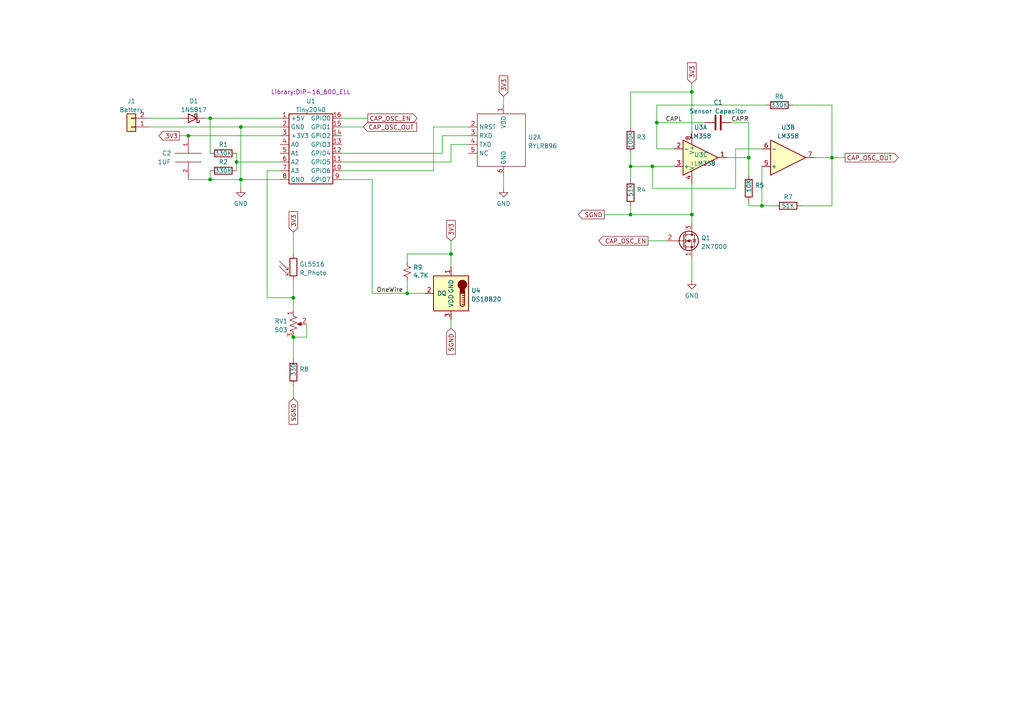
<source format=kicad_sch>
(kicad_sch (version 20211123) (generator eeschema)

  (uuid e63e39d7-6ac0-4ffd-8aa3-1841a4541b55)

  (paper "A4")

  (title_block
    (title "WaterTime")
    (rev "0.1")
  )

  (lib_symbols
    (symbol "Amplifier_Operational:LM358" (pin_names (offset 0.127)) (in_bom yes) (on_board yes)
      (property "Reference" "U" (id 0) (at 0 5.08 0)
        (effects (font (size 1.27 1.27)) (justify left))
      )
      (property "Value" "LM358" (id 1) (at 0 -5.08 0)
        (effects (font (size 1.27 1.27)) (justify left))
      )
      (property "Footprint" "" (id 2) (at 0 0 0)
        (effects (font (size 1.27 1.27)) hide)
      )
      (property "Datasheet" "http://www.ti.com/lit/ds/symlink/lm2904-n.pdf" (id 3) (at 0 0 0)
        (effects (font (size 1.27 1.27)) hide)
      )
      (property "ki_locked" "" (id 4) (at 0 0 0)
        (effects (font (size 1.27 1.27)))
      )
      (property "ki_keywords" "dual opamp" (id 5) (at 0 0 0)
        (effects (font (size 1.27 1.27)) hide)
      )
      (property "ki_description" "Low-Power, Dual Operational Amplifiers, DIP-8/SOIC-8/TO-99-8" (id 6) (at 0 0 0)
        (effects (font (size 1.27 1.27)) hide)
      )
      (property "ki_fp_filters" "SOIC*3.9x4.9mm*P1.27mm* DIP*W7.62mm* TO*99* OnSemi*Micro8* TSSOP*3x3mm*P0.65mm* TSSOP*4.4x3mm*P0.65mm* MSOP*3x3mm*P0.65mm* SSOP*3.9x4.9mm*P0.635mm* LFCSP*2x2mm*P0.5mm* *SIP* SOIC*5.3x6.2mm*P1.27mm*" (id 7) (at 0 0 0)
        (effects (font (size 1.27 1.27)) hide)
      )
      (symbol "LM358_1_1"
        (polyline
          (pts
            (xy -5.08 5.08)
            (xy 5.08 0)
            (xy -5.08 -5.08)
            (xy -5.08 5.08)
          )
          (stroke (width 0.254) (type default) (color 0 0 0 0))
          (fill (type background))
        )
        (pin output line (at 7.62 0 180) (length 2.54)
          (name "~" (effects (font (size 1.27 1.27))))
          (number "1" (effects (font (size 1.27 1.27))))
        )
        (pin input line (at -7.62 -2.54 0) (length 2.54)
          (name "-" (effects (font (size 1.27 1.27))))
          (number "2" (effects (font (size 1.27 1.27))))
        )
        (pin input line (at -7.62 2.54 0) (length 2.54)
          (name "+" (effects (font (size 1.27 1.27))))
          (number "3" (effects (font (size 1.27 1.27))))
        )
      )
      (symbol "LM358_2_1"
        (polyline
          (pts
            (xy -5.08 5.08)
            (xy 5.08 0)
            (xy -5.08 -5.08)
            (xy -5.08 5.08)
          )
          (stroke (width 0.254) (type default) (color 0 0 0 0))
          (fill (type background))
        )
        (pin input line (at -7.62 2.54 0) (length 2.54)
          (name "+" (effects (font (size 1.27 1.27))))
          (number "5" (effects (font (size 1.27 1.27))))
        )
        (pin input line (at -7.62 -2.54 0) (length 2.54)
          (name "-" (effects (font (size 1.27 1.27))))
          (number "6" (effects (font (size 1.27 1.27))))
        )
        (pin output line (at 7.62 0 180) (length 2.54)
          (name "~" (effects (font (size 1.27 1.27))))
          (number "7" (effects (font (size 1.27 1.27))))
        )
      )
      (symbol "LM358_3_1"
        (pin power_in line (at -2.54 -7.62 90) (length 3.81)
          (name "V-" (effects (font (size 1.27 1.27))))
          (number "4" (effects (font (size 1.27 1.27))))
        )
        (pin power_in line (at -2.54 7.62 270) (length 3.81)
          (name "V+" (effects (font (size 1.27 1.27))))
          (number "8" (effects (font (size 1.27 1.27))))
        )
      )
    )
    (symbol "Connector_Generic:Conn_01x02" (pin_names (offset 1.016) hide) (in_bom yes) (on_board yes)
      (property "Reference" "J" (id 0) (at 0 2.54 0)
        (effects (font (size 1.27 1.27)))
      )
      (property "Value" "Conn_01x02" (id 1) (at 0 -5.08 0)
        (effects (font (size 1.27 1.27)))
      )
      (property "Footprint" "" (id 2) (at 0 0 0)
        (effects (font (size 1.27 1.27)) hide)
      )
      (property "Datasheet" "~" (id 3) (at 0 0 0)
        (effects (font (size 1.27 1.27)) hide)
      )
      (property "ki_keywords" "connector" (id 4) (at 0 0 0)
        (effects (font (size 1.27 1.27)) hide)
      )
      (property "ki_description" "Generic connector, single row, 01x02, script generated (kicad-library-utils/schlib/autogen/connector/)" (id 5) (at 0 0 0)
        (effects (font (size 1.27 1.27)) hide)
      )
      (property "ki_fp_filters" "Connector*:*_1x??_*" (id 6) (at 0 0 0)
        (effects (font (size 1.27 1.27)) hide)
      )
      (symbol "Conn_01x02_1_1"
        (rectangle (start -1.27 -2.413) (end 0 -2.667)
          (stroke (width 0.1524) (type default) (color 0 0 0 0))
          (fill (type none))
        )
        (rectangle (start -1.27 0.127) (end 0 -0.127)
          (stroke (width 0.1524) (type default) (color 0 0 0 0))
          (fill (type none))
        )
        (rectangle (start -1.27 1.27) (end 1.27 -3.81)
          (stroke (width 0.254) (type default) (color 0 0 0 0))
          (fill (type background))
        )
        (pin passive line (at -5.08 0 0) (length 3.81)
          (name "Pin_1" (effects (font (size 1.27 1.27))))
          (number "1" (effects (font (size 1.27 1.27))))
        )
        (pin passive line (at -5.08 -2.54 0) (length 3.81)
          (name "Pin_2" (effects (font (size 1.27 1.27))))
          (number "2" (effects (font (size 1.27 1.27))))
        )
      )
    )
    (symbol "Device:C" (pin_numbers hide) (pin_names (offset 0.254)) (in_bom yes) (on_board yes)
      (property "Reference" "C" (id 0) (at 0.635 2.54 0)
        (effects (font (size 1.27 1.27)) (justify left))
      )
      (property "Value" "C" (id 1) (at 0.635 -2.54 0)
        (effects (font (size 1.27 1.27)) (justify left))
      )
      (property "Footprint" "" (id 2) (at 0.9652 -3.81 0)
        (effects (font (size 1.27 1.27)) hide)
      )
      (property "Datasheet" "~" (id 3) (at 0 0 0)
        (effects (font (size 1.27 1.27)) hide)
      )
      (property "ki_keywords" "cap capacitor" (id 4) (at 0 0 0)
        (effects (font (size 1.27 1.27)) hide)
      )
      (property "ki_description" "Unpolarized capacitor" (id 5) (at 0 0 0)
        (effects (font (size 1.27 1.27)) hide)
      )
      (property "ki_fp_filters" "C_*" (id 6) (at 0 0 0)
        (effects (font (size 1.27 1.27)) hide)
      )
      (symbol "C_0_1"
        (polyline
          (pts
            (xy -2.032 -0.762)
            (xy 2.032 -0.762)
          )
          (stroke (width 0.508) (type default) (color 0 0 0 0))
          (fill (type none))
        )
        (polyline
          (pts
            (xy -2.032 0.762)
            (xy 2.032 0.762)
          )
          (stroke (width 0.508) (type default) (color 0 0 0 0))
          (fill (type none))
        )
      )
      (symbol "C_1_1"
        (pin passive line (at 0 3.81 270) (length 2.794)
          (name "~" (effects (font (size 1.27 1.27))))
          (number "1" (effects (font (size 1.27 1.27))))
        )
        (pin passive line (at 0 -3.81 90) (length 2.794)
          (name "~" (effects (font (size 1.27 1.27))))
          (number "2" (effects (font (size 1.27 1.27))))
        )
      )
    )
    (symbol "Device:R" (pin_numbers hide) (pin_names (offset 0)) (in_bom yes) (on_board yes)
      (property "Reference" "R" (id 0) (at 2.032 0 90)
        (effects (font (size 1.27 1.27)))
      )
      (property "Value" "R" (id 1) (at 0 0 90)
        (effects (font (size 1.27 1.27)))
      )
      (property "Footprint" "" (id 2) (at -1.778 0 90)
        (effects (font (size 1.27 1.27)) hide)
      )
      (property "Datasheet" "~" (id 3) (at 0 0 0)
        (effects (font (size 1.27 1.27)) hide)
      )
      (property "ki_keywords" "R res resistor" (id 4) (at 0 0 0)
        (effects (font (size 1.27 1.27)) hide)
      )
      (property "ki_description" "Resistor" (id 5) (at 0 0 0)
        (effects (font (size 1.27 1.27)) hide)
      )
      (property "ki_fp_filters" "R_*" (id 6) (at 0 0 0)
        (effects (font (size 1.27 1.27)) hide)
      )
      (symbol "R_0_1"
        (rectangle (start -1.016 -2.54) (end 1.016 2.54)
          (stroke (width 0.254) (type default) (color 0 0 0 0))
          (fill (type none))
        )
      )
      (symbol "R_1_1"
        (pin passive line (at 0 3.81 270) (length 1.27)
          (name "~" (effects (font (size 1.27 1.27))))
          (number "1" (effects (font (size 1.27 1.27))))
        )
        (pin passive line (at 0 -3.81 90) (length 1.27)
          (name "~" (effects (font (size 1.27 1.27))))
          (number "2" (effects (font (size 1.27 1.27))))
        )
      )
    )
    (symbol "Device:R_Photo" (pin_numbers hide) (pin_names (offset 0)) (in_bom yes) (on_board yes)
      (property "Reference" "R" (id 0) (at 1.27 1.27 0)
        (effects (font (size 1.27 1.27)) (justify left))
      )
      (property "Value" "R_Photo" (id 1) (at 1.27 0 0)
        (effects (font (size 1.27 1.27)) (justify left top))
      )
      (property "Footprint" "" (id 2) (at 1.27 -6.35 90)
        (effects (font (size 1.27 1.27)) (justify left) hide)
      )
      (property "Datasheet" "~" (id 3) (at 0 -1.27 0)
        (effects (font (size 1.27 1.27)) hide)
      )
      (property "ki_keywords" "resistor variable light sensitive opto LDR" (id 4) (at 0 0 0)
        (effects (font (size 1.27 1.27)) hide)
      )
      (property "ki_description" "Photoresistor" (id 5) (at 0 0 0)
        (effects (font (size 1.27 1.27)) hide)
      )
      (property "ki_fp_filters" "*LDR* R?LDR*" (id 6) (at 0 0 0)
        (effects (font (size 1.27 1.27)) hide)
      )
      (symbol "R_Photo_0_1"
        (rectangle (start -1.016 2.54) (end 1.016 -2.54)
          (stroke (width 0.254) (type default) (color 0 0 0 0))
          (fill (type none))
        )
        (polyline
          (pts
            (xy -1.524 -2.286)
            (xy -4.064 0.254)
          )
          (stroke (width 0) (type default) (color 0 0 0 0))
          (fill (type none))
        )
        (polyline
          (pts
            (xy -1.524 -2.286)
            (xy -2.286 -2.286)
          )
          (stroke (width 0) (type default) (color 0 0 0 0))
          (fill (type none))
        )
        (polyline
          (pts
            (xy -1.524 -2.286)
            (xy -1.524 -1.524)
          )
          (stroke (width 0) (type default) (color 0 0 0 0))
          (fill (type none))
        )
        (polyline
          (pts
            (xy -1.524 -0.762)
            (xy -4.064 1.778)
          )
          (stroke (width 0) (type default) (color 0 0 0 0))
          (fill (type none))
        )
        (polyline
          (pts
            (xy -1.524 -0.762)
            (xy -2.286 -0.762)
          )
          (stroke (width 0) (type default) (color 0 0 0 0))
          (fill (type none))
        )
        (polyline
          (pts
            (xy -1.524 -0.762)
            (xy -1.524 0)
          )
          (stroke (width 0) (type default) (color 0 0 0 0))
          (fill (type none))
        )
      )
      (symbol "R_Photo_1_1"
        (pin passive line (at 0 3.81 270) (length 1.27)
          (name "~" (effects (font (size 1.27 1.27))))
          (number "1" (effects (font (size 1.27 1.27))))
        )
        (pin passive line (at 0 -3.81 90) (length 1.27)
          (name "~" (effects (font (size 1.27 1.27))))
          (number "2" (effects (font (size 1.27 1.27))))
        )
      )
    )
    (symbol "Device:R_Potentiometer_US" (pin_names (offset 1.016) hide) (in_bom yes) (on_board yes)
      (property "Reference" "RV" (id 0) (at -4.445 0 90)
        (effects (font (size 1.27 1.27)))
      )
      (property "Value" "R_Potentiometer_US" (id 1) (at -2.54 0 90)
        (effects (font (size 1.27 1.27)))
      )
      (property "Footprint" "" (id 2) (at 0 0 0)
        (effects (font (size 1.27 1.27)) hide)
      )
      (property "Datasheet" "~" (id 3) (at 0 0 0)
        (effects (font (size 1.27 1.27)) hide)
      )
      (property "ki_keywords" "resistor variable" (id 4) (at 0 0 0)
        (effects (font (size 1.27 1.27)) hide)
      )
      (property "ki_description" "Potentiometer, US symbol" (id 5) (at 0 0 0)
        (effects (font (size 1.27 1.27)) hide)
      )
      (property "ki_fp_filters" "Potentiometer*" (id 6) (at 0 0 0)
        (effects (font (size 1.27 1.27)) hide)
      )
      (symbol "R_Potentiometer_US_0_1"
        (polyline
          (pts
            (xy 0 -2.286)
            (xy 0 -2.54)
          )
          (stroke (width 0) (type default) (color 0 0 0 0))
          (fill (type none))
        )
        (polyline
          (pts
            (xy 0 2.54)
            (xy 0 2.286)
          )
          (stroke (width 0) (type default) (color 0 0 0 0))
          (fill (type none))
        )
        (polyline
          (pts
            (xy 2.54 0)
            (xy 1.524 0)
          )
          (stroke (width 0) (type default) (color 0 0 0 0))
          (fill (type none))
        )
        (polyline
          (pts
            (xy 1.143 0)
            (xy 2.286 0.508)
            (xy 2.286 -0.508)
            (xy 1.143 0)
          )
          (stroke (width 0) (type default) (color 0 0 0 0))
          (fill (type outline))
        )
        (polyline
          (pts
            (xy 0 -0.762)
            (xy 1.016 -1.143)
            (xy 0 -1.524)
            (xy -1.016 -1.905)
            (xy 0 -2.286)
          )
          (stroke (width 0) (type default) (color 0 0 0 0))
          (fill (type none))
        )
        (polyline
          (pts
            (xy 0 0.762)
            (xy 1.016 0.381)
            (xy 0 0)
            (xy -1.016 -0.381)
            (xy 0 -0.762)
          )
          (stroke (width 0) (type default) (color 0 0 0 0))
          (fill (type none))
        )
        (polyline
          (pts
            (xy 0 2.286)
            (xy 1.016 1.905)
            (xy 0 1.524)
            (xy -1.016 1.143)
            (xy 0 0.762)
          )
          (stroke (width 0) (type default) (color 0 0 0 0))
          (fill (type none))
        )
      )
      (symbol "R_Potentiometer_US_1_1"
        (pin passive line (at 0 3.81 270) (length 1.27)
          (name "1" (effects (font (size 1.27 1.27))))
          (number "1" (effects (font (size 1.27 1.27))))
        )
        (pin passive line (at 3.81 0 180) (length 1.27)
          (name "2" (effects (font (size 1.27 1.27))))
          (number "2" (effects (font (size 1.27 1.27))))
        )
        (pin passive line (at 0 -3.81 90) (length 1.27)
          (name "3" (effects (font (size 1.27 1.27))))
          (number "3" (effects (font (size 1.27 1.27))))
        )
      )
    )
    (symbol "Diode:1N5817" (pin_numbers hide) (pin_names (offset 1.016) hide) (in_bom yes) (on_board yes)
      (property "Reference" "D" (id 0) (at 0 2.54 0)
        (effects (font (size 1.27 1.27)))
      )
      (property "Value" "1N5817" (id 1) (at 0 -2.54 0)
        (effects (font (size 1.27 1.27)))
      )
      (property "Footprint" "Diode_THT:D_DO-41_SOD81_P10.16mm_Horizontal" (id 2) (at 0 -4.445 0)
        (effects (font (size 1.27 1.27)) hide)
      )
      (property "Datasheet" "http://www.vishay.com/docs/88525/1n5817.pdf" (id 3) (at 0 0 0)
        (effects (font (size 1.27 1.27)) hide)
      )
      (property "ki_keywords" "diode Schottky" (id 4) (at 0 0 0)
        (effects (font (size 1.27 1.27)) hide)
      )
      (property "ki_description" "20V 1A Schottky Barrier Rectifier Diode, DO-41" (id 5) (at 0 0 0)
        (effects (font (size 1.27 1.27)) hide)
      )
      (property "ki_fp_filters" "D*DO?41*" (id 6) (at 0 0 0)
        (effects (font (size 1.27 1.27)) hide)
      )
      (symbol "1N5817_0_1"
        (polyline
          (pts
            (xy 1.27 0)
            (xy -1.27 0)
          )
          (stroke (width 0) (type default) (color 0 0 0 0))
          (fill (type none))
        )
        (polyline
          (pts
            (xy 1.27 1.27)
            (xy 1.27 -1.27)
            (xy -1.27 0)
            (xy 1.27 1.27)
          )
          (stroke (width 0.254) (type default) (color 0 0 0 0))
          (fill (type none))
        )
        (polyline
          (pts
            (xy -1.905 0.635)
            (xy -1.905 1.27)
            (xy -1.27 1.27)
            (xy -1.27 -1.27)
            (xy -0.635 -1.27)
            (xy -0.635 -0.635)
          )
          (stroke (width 0.254) (type default) (color 0 0 0 0))
          (fill (type none))
        )
      )
      (symbol "1N5817_1_1"
        (pin passive line (at -3.81 0 0) (length 2.54)
          (name "K" (effects (font (size 1.27 1.27))))
          (number "1" (effects (font (size 1.27 1.27))))
        )
        (pin passive line (at 3.81 0 180) (length 2.54)
          (name "A" (effects (font (size 1.27 1.27))))
          (number "2" (effects (font (size 1.27 1.27))))
        )
      )
    )
    (symbol "MyLib2:RYLR896" (in_bom yes) (on_board yes)
      (property "Reference" "U" (id 0) (at 1.27 3.81 0)
        (effects (font (size 1.27 1.27)))
      )
      (property "Value" "RYLR896" (id 1) (at 1.27 -5.08 0)
        (effects (font (size 1.27 1.27)))
      )
      (property "Footprint" "" (id 2) (at 0 0 0)
        (effects (font (size 1.27 1.27)) hide)
      )
      (property "Datasheet" "" (id 3) (at 0 0 0)
        (effects (font (size 1.27 1.27)) hide)
      )
      (symbol "RYLR896_0_1"
        (rectangle (start -7.62 2.54) (end 6.35 -12.7)
          (stroke (width 0.1524) (type default) (color 0 0 0 0))
          (fill (type none))
        )
      )
      (symbol "RYLR896_1_1"
        (pin power_in line (at 0 5.08 270) (length 2.54)
          (name "VDD" (effects (font (size 1.27 1.27))))
          (number "1" (effects (font (size 1.27 1.27))))
        )
        (pin input line (at -10.16 -1.27 0) (length 2.54)
          (name "NRST" (effects (font (size 1.27 1.27))))
          (number "2" (effects (font (size 1.27 1.27))))
        )
        (pin input line (at -10.16 -3.81 0) (length 2.54)
          (name "RXD" (effects (font (size 1.27 1.27))))
          (number "3" (effects (font (size 1.27 1.27))))
        )
        (pin output line (at -10.16 -6.35 0) (length 2.54)
          (name "TXD" (effects (font (size 1.27 1.27))))
          (number "4" (effects (font (size 1.27 1.27))))
        )
        (pin free line (at -10.16 -8.89 0) (length 2.54)
          (name "NC" (effects (font (size 1.27 1.27))))
          (number "5" (effects (font (size 1.27 1.27))))
        )
        (pin power_in line (at 0 -15.24 90) (length 2.54)
          (name "GND" (effects (font (size 1.27 1.27))))
          (number "6" (effects (font (size 1.27 1.27))))
        )
      )
      (symbol "RYLR896_2_1"
        (pin power_in line (at 0 5.08 270) (length 2.54)
          (name "VDD" (effects (font (size 1.27 1.27))))
          (number "1-UB" (effects (font (size 1.27 1.27))))
        )
        (pin input line (at -10.16 -1.27 0) (length 2.54)
          (name "NRST" (effects (font (size 1.27 1.27))))
          (number "2-UB" (effects (font (size 1.27 1.27))))
        )
        (pin input line (at -10.16 -3.81 0) (length 2.54)
          (name "RXD" (effects (font (size 1.27 1.27))))
          (number "3-UB" (effects (font (size 1.27 1.27))))
        )
        (pin output line (at -10.16 -6.35 0) (length 2.54)
          (name "TXD" (effects (font (size 1.27 1.27))))
          (number "4-UB" (effects (font (size 1.27 1.27))))
        )
        (pin free line (at -10.16 -8.89 0) (length 2.54)
          (name "NC" (effects (font (size 1.27 1.27))))
          (number "5-UB" (effects (font (size 1.27 1.27))))
        )
        (pin power_in line (at 0 -15.24 90) (length 2.54)
          (name "GND" (effects (font (size 1.27 1.27))))
          (number "6-UB" (effects (font (size 1.27 1.27))))
        )
      )
      (symbol "RYLR896_3_1"
        (pin power_in line (at 0 5.08 270) (length 2.54)
          (name "VDD" (effects (font (size 1.27 1.27))))
          (number "1-UC" (effects (font (size 1.27 1.27))))
        )
        (pin input line (at -10.16 -1.27 0) (length 2.54)
          (name "NRST" (effects (font (size 1.27 1.27))))
          (number "2-UC" (effects (font (size 1.27 1.27))))
        )
        (pin input line (at -10.16 -3.81 0) (length 2.54)
          (name "RXD" (effects (font (size 1.27 1.27))))
          (number "3-UC" (effects (font (size 1.27 1.27))))
        )
        (pin output line (at -10.16 -6.35 0) (length 2.54)
          (name "TXD" (effects (font (size 1.27 1.27))))
          (number "4-UC" (effects (font (size 1.27 1.27))))
        )
        (pin free line (at -10.16 -8.89 0) (length 2.54)
          (name "NC" (effects (font (size 1.27 1.27))))
          (number "5-UC" (effects (font (size 1.27 1.27))))
        )
        (pin power_in line (at 0 -15.24 90) (length 2.54)
          (name "GND" (effects (font (size 1.27 1.27))))
          (number "6-UC" (effects (font (size 1.27 1.27))))
        )
      )
      (symbol "RYLR896_4_1"
        (pin power_in line (at 0 5.08 270) (length 2.54)
          (name "VDD" (effects (font (size 1.27 1.27))))
          (number "1-UD" (effects (font (size 1.27 1.27))))
        )
        (pin input line (at -10.16 -1.27 0) (length 2.54)
          (name "NRST" (effects (font (size 1.27 1.27))))
          (number "2-UD" (effects (font (size 1.27 1.27))))
        )
        (pin input line (at -10.16 -3.81 0) (length 2.54)
          (name "RXD" (effects (font (size 1.27 1.27))))
          (number "3-UD" (effects (font (size 1.27 1.27))))
        )
        (pin output line (at -10.16 -6.35 0) (length 2.54)
          (name "TXD" (effects (font (size 1.27 1.27))))
          (number "4-UD" (effects (font (size 1.27 1.27))))
        )
        (pin free line (at -10.16 -8.89 0) (length 2.54)
          (name "NC" (effects (font (size 1.27 1.27))))
          (number "5-UD" (effects (font (size 1.27 1.27))))
        )
        (pin power_in line (at 0 -15.24 90) (length 2.54)
          (name "GND" (effects (font (size 1.27 1.27))))
          (number "6-UD" (effects (font (size 1.27 1.27))))
        )
      )
      (symbol "RYLR896_5_1"
        (pin power_in line (at 0 5.08 270) (length 2.54)
          (name "VDD" (effects (font (size 1.27 1.27))))
          (number "1-UE" (effects (font (size 1.27 1.27))))
        )
        (pin input line (at -10.16 -1.27 0) (length 2.54)
          (name "NRST" (effects (font (size 1.27 1.27))))
          (number "2-UE" (effects (font (size 1.27 1.27))))
        )
        (pin input line (at -10.16 -3.81 0) (length 2.54)
          (name "RXD" (effects (font (size 1.27 1.27))))
          (number "3-UE" (effects (font (size 1.27 1.27))))
        )
        (pin output line (at -10.16 -6.35 0) (length 2.54)
          (name "TXD" (effects (font (size 1.27 1.27))))
          (number "4-UE" (effects (font (size 1.27 1.27))))
        )
        (pin free line (at -10.16 -8.89 0) (length 2.54)
          (name "NC" (effects (font (size 1.27 1.27))))
          (number "5-UE" (effects (font (size 1.27 1.27))))
        )
        (pin power_in line (at 0 -15.24 90) (length 2.54)
          (name "GND" (effects (font (size 1.27 1.27))))
          (number "6-UE" (effects (font (size 1.27 1.27))))
        )
      )
      (symbol "RYLR896_6_1"
        (pin power_in line (at 0 5.08 270) (length 2.54)
          (name "VDD" (effects (font (size 1.27 1.27))))
          (number "1-UF" (effects (font (size 1.27 1.27))))
        )
        (pin input line (at -10.16 -1.27 0) (length 2.54)
          (name "NRST" (effects (font (size 1.27 1.27))))
          (number "2-UF" (effects (font (size 1.27 1.27))))
        )
        (pin input line (at -10.16 -3.81 0) (length 2.54)
          (name "RXD" (effects (font (size 1.27 1.27))))
          (number "3-UF" (effects (font (size 1.27 1.27))))
        )
        (pin output line (at -10.16 -6.35 0) (length 2.54)
          (name "TXD" (effects (font (size 1.27 1.27))))
          (number "4-UF" (effects (font (size 1.27 1.27))))
        )
        (pin free line (at -10.16 -8.89 0) (length 2.54)
          (name "NC" (effects (font (size 1.27 1.27))))
          (number "5-UF" (effects (font (size 1.27 1.27))))
        )
        (pin power_in line (at 0 -15.24 90) (length 2.54)
          (name "GND" (effects (font (size 1.27 1.27))))
          (number "6-UF" (effects (font (size 1.27 1.27))))
        )
      )
    )
    (symbol "MyLib2:Tiny2040" (in_bom yes) (on_board yes)
      (property "Reference" "U" (id 0) (at -1.27 11.43 0)
        (effects (font (size 1.27 1.27)))
      )
      (property "Value" "Tiny2040" (id 1) (at 0 -11.43 0)
        (effects (font (size 1.27 1.27)))
      )
      (property "Footprint" "" (id 2) (at 13.97 22.86 0)
        (effects (font (size 1.27 1.27)))
      )
      (property "Datasheet" "~" (id 3) (at 13.97 22.86 0)
        (effects (font (size 1.27 1.27)) hide)
      )
      (property "ki_keywords" "Module" (id 4) (at 0 0 0)
        (effects (font (size 1.27 1.27)) hide)
      )
      (property "ki_description" "Tiny2040 module from Pimoroni" (id 5) (at 0 0 0)
        (effects (font (size 1.27 1.27)) hide)
      )
      (property "ki_fp_filters" "Connector*:*_2x??_*" (id 6) (at 0 0 0)
        (effects (font (size 1.27 1.27)) hide)
      )
      (symbol "Tiny2040_1_1"
        (rectangle (start -6.35 10.16) (end 6.35 -10.16)
          (stroke (width 0.254) (type default) (color 0 0 0 0))
          (fill (type none))
        )
        (pin power_in line (at -8.89 8.89 0) (length 2.54)
          (name "+5V" (effects (font (size 1.27 1.27))))
          (number "1" (effects (font (size 1.27 1.27))))
        )
        (pin bidirectional line (at 8.89 -6.35 180) (length 2.54)
          (name "GPIO6" (effects (font (size 1.27 1.27))))
          (number "10" (effects (font (size 1.27 1.27))))
        )
        (pin bidirectional line (at 8.89 -3.81 180) (length 2.54)
          (name "GPIO5" (effects (font (size 1.27 1.27))))
          (number "11" (effects (font (size 1.27 1.27))))
        )
        (pin bidirectional line (at 8.89 -1.27 180) (length 2.54)
          (name "GPIO4" (effects (font (size 1.27 1.27))))
          (number "12" (effects (font (size 1.27 1.27))))
        )
        (pin bidirectional line (at 8.89 1.27 180) (length 2.54)
          (name "GPIO3" (effects (font (size 1.27 1.27))))
          (number "13" (effects (font (size 1.27 1.27))))
        )
        (pin bidirectional line (at 8.89 3.81 180) (length 2.54)
          (name "GPIO2" (effects (font (size 1.27 1.27))))
          (number "14" (effects (font (size 1.27 1.27))))
        )
        (pin bidirectional line (at 8.89 6.35 180) (length 2.54)
          (name "GPIO1" (effects (font (size 1.27 1.27))))
          (number "15" (effects (font (size 1.27 1.27))))
        )
        (pin bidirectional line (at 8.89 8.89 180) (length 2.54)
          (name "GPIO0" (effects (font (size 1.27 1.27))))
          (number "16" (effects (font (size 1.27 1.27))))
        )
        (pin power_in line (at -8.89 6.35 0) (length 2.54)
          (name "GND" (effects (font (size 1.27 1.27))))
          (number "2" (effects (font (size 1.27 1.27))))
        )
        (pin power_out line (at -8.89 3.81 0) (length 2.54)
          (name "+3V3" (effects (font (size 1.27 1.27))))
          (number "3" (effects (font (size 1.27 1.27))))
        )
        (pin input line (at -8.89 1.27 0) (length 2.54)
          (name "A0" (effects (font (size 1.27 1.27))))
          (number "4" (effects (font (size 1.27 1.27))))
        )
        (pin input line (at -8.89 -1.27 0) (length 2.54)
          (name "A1" (effects (font (size 1.27 1.27))))
          (number "5" (effects (font (size 1.27 1.27))))
        )
        (pin input line (at -8.89 -3.81 0) (length 2.54)
          (name "A2" (effects (font (size 1.27 1.27))))
          (number "6" (effects (font (size 1.27 1.27))))
        )
        (pin input line (at -8.89 -6.35 0) (length 2.54)
          (name "A3" (effects (font (size 1.27 1.27))))
          (number "7" (effects (font (size 1.27 1.27))))
        )
        (pin power_in line (at -8.89 -8.89 0) (length 2.54)
          (name "GND" (effects (font (size 1.27 1.27))))
          (number "8" (effects (font (size 1.27 1.27))))
        )
        (pin bidirectional line (at 8.89 -8.89 180) (length 2.54)
          (name "GPIO7" (effects (font (size 1.27 1.27))))
          (number "9" (effects (font (size 1.27 1.27))))
        )
      )
    )
    (symbol "Sensor_Temperature:DS18B20" (pin_names (offset 1.016)) (in_bom yes) (on_board yes)
      (property "Reference" "U" (id 0) (at -3.81 6.35 0)
        (effects (font (size 1.27 1.27)))
      )
      (property "Value" "DS18B20" (id 1) (at 6.35 6.35 0)
        (effects (font (size 1.27 1.27)))
      )
      (property "Footprint" "Package_TO_SOT_THT:TO-92_Inline" (id 2) (at -25.4 -6.35 0)
        (effects (font (size 1.27 1.27)) hide)
      )
      (property "Datasheet" "http://datasheets.maximintegrated.com/en/ds/DS18B20.pdf" (id 3) (at -3.81 6.35 0)
        (effects (font (size 1.27 1.27)) hide)
      )
      (property "ki_keywords" "OneWire 1Wire Dallas Maxim" (id 4) (at 0 0 0)
        (effects (font (size 1.27 1.27)) hide)
      )
      (property "ki_description" "Programmable Resolution 1-Wire Digital Thermometer TO-92" (id 5) (at 0 0 0)
        (effects (font (size 1.27 1.27)) hide)
      )
      (property "ki_fp_filters" "TO*92*" (id 6) (at 0 0 0)
        (effects (font (size 1.27 1.27)) hide)
      )
      (symbol "DS18B20_0_1"
        (rectangle (start -5.08 5.08) (end 5.08 -5.08)
          (stroke (width 0.254) (type default) (color 0 0 0 0))
          (fill (type background))
        )
        (circle (center -3.302 -2.54) (radius 1.27)
          (stroke (width 0.254) (type default) (color 0 0 0 0))
          (fill (type outline))
        )
        (rectangle (start -2.667 -1.905) (end -3.937 0)
          (stroke (width 0.254) (type default) (color 0 0 0 0))
          (fill (type outline))
        )
        (arc (start -2.667 3.175) (mid -3.302 3.81) (end -3.937 3.175)
          (stroke (width 0.254) (type default) (color 0 0 0 0))
          (fill (type none))
        )
        (polyline
          (pts
            (xy -3.937 0.635)
            (xy -3.302 0.635)
          )
          (stroke (width 0.254) (type default) (color 0 0 0 0))
          (fill (type none))
        )
        (polyline
          (pts
            (xy -3.937 1.27)
            (xy -3.302 1.27)
          )
          (stroke (width 0.254) (type default) (color 0 0 0 0))
          (fill (type none))
        )
        (polyline
          (pts
            (xy -3.937 1.905)
            (xy -3.302 1.905)
          )
          (stroke (width 0.254) (type default) (color 0 0 0 0))
          (fill (type none))
        )
        (polyline
          (pts
            (xy -3.937 2.54)
            (xy -3.302 2.54)
          )
          (stroke (width 0.254) (type default) (color 0 0 0 0))
          (fill (type none))
        )
        (polyline
          (pts
            (xy -3.937 3.175)
            (xy -3.937 0)
          )
          (stroke (width 0.254) (type default) (color 0 0 0 0))
          (fill (type none))
        )
        (polyline
          (pts
            (xy -3.937 3.175)
            (xy -3.302 3.175)
          )
          (stroke (width 0.254) (type default) (color 0 0 0 0))
          (fill (type none))
        )
        (polyline
          (pts
            (xy -2.667 3.175)
            (xy -2.667 0)
          )
          (stroke (width 0.254) (type default) (color 0 0 0 0))
          (fill (type none))
        )
      )
      (symbol "DS18B20_1_1"
        (pin power_in line (at 0 -7.62 90) (length 2.54)
          (name "GND" (effects (font (size 1.27 1.27))))
          (number "1" (effects (font (size 1.27 1.27))))
        )
        (pin bidirectional line (at 7.62 0 180) (length 2.54)
          (name "DQ" (effects (font (size 1.27 1.27))))
          (number "2" (effects (font (size 1.27 1.27))))
        )
        (pin power_in line (at 0 7.62 270) (length 2.54)
          (name "VDD" (effects (font (size 1.27 1.27))))
          (number "3" (effects (font (size 1.27 1.27))))
        )
      )
    )
    (symbol "TinyFanCtrl-rescue:R_Small_US-Device" (pin_numbers hide) (pin_names (offset 0.254) hide) (in_bom yes) (on_board yes)
      (property "Reference" "R" (id 0) (at 0.762 0.508 0)
        (effects (font (size 1.27 1.27)) (justify left))
      )
      (property "Value" "R_Small_US-Device" (id 1) (at 0.762 -1.016 0)
        (effects (font (size 1.27 1.27)) (justify left))
      )
      (property "Footprint" "" (id 2) (at 0 0 0)
        (effects (font (size 1.27 1.27)) hide)
      )
      (property "Datasheet" "" (id 3) (at 0 0 0)
        (effects (font (size 1.27 1.27)) hide)
      )
      (property "ki_fp_filters" "R_*" (id 4) (at 0 0 0)
        (effects (font (size 1.27 1.27)) hide)
      )
      (symbol "R_Small_US-Device_1_1"
        (polyline
          (pts
            (xy 0 0)
            (xy 1.016 -0.381)
            (xy 0 -0.762)
            (xy -1.016 -1.143)
            (xy 0 -1.524)
          )
          (stroke (width 0) (type default) (color 0 0 0 0))
          (fill (type none))
        )
        (polyline
          (pts
            (xy 0 1.524)
            (xy 1.016 1.143)
            (xy 0 0.762)
            (xy -1.016 0.381)
            (xy 0 0)
          )
          (stroke (width 0) (type default) (color 0 0 0 0))
          (fill (type none))
        )
        (pin passive line (at 0 2.54 270) (length 1.016)
          (name "~" (effects (font (size 1.27 1.27))))
          (number "1" (effects (font (size 1.27 1.27))))
        )
        (pin passive line (at 0 -2.54 90) (length 1.016)
          (name "~" (effects (font (size 1.27 1.27))))
          (number "2" (effects (font (size 1.27 1.27))))
        )
      )
    )
    (symbol "Transistor_FET:2N7000" (pin_names hide) (in_bom yes) (on_board yes)
      (property "Reference" "Q" (id 0) (at 5.08 1.905 0)
        (effects (font (size 1.27 1.27)) (justify left))
      )
      (property "Value" "2N7000" (id 1) (at 5.08 0 0)
        (effects (font (size 1.27 1.27)) (justify left))
      )
      (property "Footprint" "Package_TO_SOT_THT:TO-92_Inline" (id 2) (at 5.08 -1.905 0)
        (effects (font (size 1.27 1.27) italic) (justify left) hide)
      )
      (property "Datasheet" "https://www.onsemi.com/pub/Collateral/NDS7002A-D.PDF" (id 3) (at 0 0 0)
        (effects (font (size 1.27 1.27)) (justify left) hide)
      )
      (property "ki_keywords" "N-Channel MOSFET Logic-Level" (id 4) (at 0 0 0)
        (effects (font (size 1.27 1.27)) hide)
      )
      (property "ki_description" "0.2A Id, 200V Vds, N-Channel MOSFET, 2.6V Logic Level, TO-92" (id 5) (at 0 0 0)
        (effects (font (size 1.27 1.27)) hide)
      )
      (property "ki_fp_filters" "TO?92*" (id 6) (at 0 0 0)
        (effects (font (size 1.27 1.27)) hide)
      )
      (symbol "2N7000_0_1"
        (polyline
          (pts
            (xy 0.254 0)
            (xy -2.54 0)
          )
          (stroke (width 0) (type default) (color 0 0 0 0))
          (fill (type none))
        )
        (polyline
          (pts
            (xy 0.254 1.905)
            (xy 0.254 -1.905)
          )
          (stroke (width 0.254) (type default) (color 0 0 0 0))
          (fill (type none))
        )
        (polyline
          (pts
            (xy 0.762 -1.27)
            (xy 0.762 -2.286)
          )
          (stroke (width 0.254) (type default) (color 0 0 0 0))
          (fill (type none))
        )
        (polyline
          (pts
            (xy 0.762 0.508)
            (xy 0.762 -0.508)
          )
          (stroke (width 0.254) (type default) (color 0 0 0 0))
          (fill (type none))
        )
        (polyline
          (pts
            (xy 0.762 2.286)
            (xy 0.762 1.27)
          )
          (stroke (width 0.254) (type default) (color 0 0 0 0))
          (fill (type none))
        )
        (polyline
          (pts
            (xy 2.54 2.54)
            (xy 2.54 1.778)
          )
          (stroke (width 0) (type default) (color 0 0 0 0))
          (fill (type none))
        )
        (polyline
          (pts
            (xy 2.54 -2.54)
            (xy 2.54 0)
            (xy 0.762 0)
          )
          (stroke (width 0) (type default) (color 0 0 0 0))
          (fill (type none))
        )
        (polyline
          (pts
            (xy 0.762 -1.778)
            (xy 3.302 -1.778)
            (xy 3.302 1.778)
            (xy 0.762 1.778)
          )
          (stroke (width 0) (type default) (color 0 0 0 0))
          (fill (type none))
        )
        (polyline
          (pts
            (xy 1.016 0)
            (xy 2.032 0.381)
            (xy 2.032 -0.381)
            (xy 1.016 0)
          )
          (stroke (width 0) (type default) (color 0 0 0 0))
          (fill (type outline))
        )
        (polyline
          (pts
            (xy 2.794 0.508)
            (xy 2.921 0.381)
            (xy 3.683 0.381)
            (xy 3.81 0.254)
          )
          (stroke (width 0) (type default) (color 0 0 0 0))
          (fill (type none))
        )
        (polyline
          (pts
            (xy 3.302 0.381)
            (xy 2.921 -0.254)
            (xy 3.683 -0.254)
            (xy 3.302 0.381)
          )
          (stroke (width 0) (type default) (color 0 0 0 0))
          (fill (type none))
        )
        (circle (center 1.651 0) (radius 2.794)
          (stroke (width 0.254) (type default) (color 0 0 0 0))
          (fill (type none))
        )
        (circle (center 2.54 -1.778) (radius 0.254)
          (stroke (width 0) (type default) (color 0 0 0 0))
          (fill (type outline))
        )
        (circle (center 2.54 1.778) (radius 0.254)
          (stroke (width 0) (type default) (color 0 0 0 0))
          (fill (type outline))
        )
      )
      (symbol "2N7000_1_1"
        (pin passive line (at 2.54 -5.08 90) (length 2.54)
          (name "S" (effects (font (size 1.27 1.27))))
          (number "1" (effects (font (size 1.27 1.27))))
        )
        (pin input line (at -5.08 0 0) (length 2.54)
          (name "G" (effects (font (size 1.27 1.27))))
          (number "2" (effects (font (size 1.27 1.27))))
        )
        (pin passive line (at 2.54 5.08 270) (length 2.54)
          (name "D" (effects (font (size 1.27 1.27))))
          (number "3" (effects (font (size 1.27 1.27))))
        )
      )
    )
    (symbol "power:GND" (power) (pin_names (offset 0)) (in_bom yes) (on_board yes)
      (property "Reference" "#PWR" (id 0) (at 0 -6.35 0)
        (effects (font (size 1.27 1.27)) hide)
      )
      (property "Value" "GND" (id 1) (at 0 -3.81 0)
        (effects (font (size 1.27 1.27)))
      )
      (property "Footprint" "" (id 2) (at 0 0 0)
        (effects (font (size 1.27 1.27)) hide)
      )
      (property "Datasheet" "" (id 3) (at 0 0 0)
        (effects (font (size 1.27 1.27)) hide)
      )
      (property "ki_keywords" "power-flag" (id 4) (at 0 0 0)
        (effects (font (size 1.27 1.27)) hide)
      )
      (property "ki_description" "Power symbol creates a global label with name \"GND\" , ground" (id 5) (at 0 0 0)
        (effects (font (size 1.27 1.27)) hide)
      )
      (symbol "GND_0_1"
        (polyline
          (pts
            (xy 0 0)
            (xy 0 -1.27)
            (xy 1.27 -1.27)
            (xy 0 -2.54)
            (xy -1.27 -1.27)
            (xy 0 -1.27)
          )
          (stroke (width 0) (type default) (color 0 0 0 0))
          (fill (type none))
        )
      )
      (symbol "GND_1_1"
        (pin power_in line (at 0 0 270) (length 0) hide
          (name "GND" (effects (font (size 1.27 1.27))))
          (number "1" (effects (font (size 1.27 1.27))))
        )
      )
    )
    (symbol "pspice:C" (pin_names (offset 0.254)) (in_bom yes) (on_board yes)
      (property "Reference" "C" (id 0) (at 2.54 3.81 90)
        (effects (font (size 1.27 1.27)))
      )
      (property "Value" "C" (id 1) (at 2.54 -3.81 90)
        (effects (font (size 1.27 1.27)))
      )
      (property "Footprint" "" (id 2) (at 0 0 0)
        (effects (font (size 1.27 1.27)) hide)
      )
      (property "Datasheet" "~" (id 3) (at 0 0 0)
        (effects (font (size 1.27 1.27)) hide)
      )
      (property "ki_keywords" "simulation" (id 4) (at 0 0 0)
        (effects (font (size 1.27 1.27)) hide)
      )
      (property "ki_description" "Capacitor symbol for simulation only" (id 5) (at 0 0 0)
        (effects (font (size 1.27 1.27)) hide)
      )
      (symbol "C_0_1"
        (polyline
          (pts
            (xy -3.81 -1.27)
            (xy 3.81 -1.27)
          )
          (stroke (width 0) (type default) (color 0 0 0 0))
          (fill (type none))
        )
        (polyline
          (pts
            (xy -3.81 1.27)
            (xy 3.81 1.27)
          )
          (stroke (width 0) (type default) (color 0 0 0 0))
          (fill (type none))
        )
      )
      (symbol "C_1_1"
        (pin passive line (at 0 6.35 270) (length 5.08)
          (name "~" (effects (font (size 1.016 1.016))))
          (number "1" (effects (font (size 1.016 1.016))))
        )
        (pin passive line (at 0 -6.35 90) (length 5.08)
          (name "~" (effects (font (size 1.016 1.016))))
          (number "2" (effects (font (size 1.016 1.016))))
        )
      )
    )
  )

  (junction (at 130.81 73.66) (diameter 0) (color 0 0 0 0)
    (uuid 06e46f8c-4cf8-4678-99b5-46c91e8bc1d1)
  )
  (junction (at 200.66 62.23) (diameter 0) (color 0 0 0 0)
    (uuid 0be85bc3-49a7-4482-94d8-daec5c924db5)
  )
  (junction (at 189.23 48.26) (diameter 0) (color 0 0 0 0)
    (uuid 2d359647-0c24-4d43-8739-be328de69a6a)
  )
  (junction (at 217.17 45.72) (diameter 0) (color 0 0 0 0)
    (uuid 3473b412-440c-4586-a953-6f68e33e53d5)
  )
  (junction (at 85.09 97.79) (diameter 0) (color 0 0 0 0)
    (uuid 3484ffc4-2bf4-45ba-b4ac-75994e0dd5d3)
  )
  (junction (at 182.88 48.26) (diameter 0) (color 0 0 0 0)
    (uuid 391b3cd7-4025-4237-afde-a02bd9517f47)
  )
  (junction (at 190.5 35.56) (diameter 0) (color 0 0 0 0)
    (uuid 4192baa4-41dd-47ee-afdd-a467b4c80c35)
  )
  (junction (at 68.58 46.99) (diameter 0) (color 0 0 0 0)
    (uuid 48d2747a-0c7f-467d-9c36-16c5e9a34a73)
  )
  (junction (at 118.11 85.09) (diameter 0) (color 0 0 0 0)
    (uuid 6fc8e37d-a9e3-487c-bfde-25f5b3bdaa0f)
  )
  (junction (at 69.85 36.83) (diameter 0) (color 0 0 0 0)
    (uuid 8156bcd7-66de-444b-9e4d-54e1cc55d2b1)
  )
  (junction (at 241.3 45.72) (diameter 0) (color 0 0 0 0)
    (uuid 88ad1112-882f-48ae-965e-6dedb0a0b50f)
  )
  (junction (at 54.61 39.37) (diameter 0) (color 0 0 0 0)
    (uuid 8d7da365-e9f4-4c2e-8e76-f7d3360a0784)
  )
  (junction (at 60.96 52.07) (diameter 0) (color 0 0 0 0)
    (uuid 972e371e-9ea4-4595-8be5-a8be1eb03636)
  )
  (junction (at 69.85 52.07) (diameter 0) (color 0 0 0 0)
    (uuid 9f097f2f-5b6c-4cfd-9035-b68eb0f06b00)
  )
  (junction (at 220.98 59.69) (diameter 0) (color 0 0 0 0)
    (uuid a60319ea-0877-490e-af3d-ea2864c40166)
  )
  (junction (at 182.88 62.23) (diameter 0) (color 0 0 0 0)
    (uuid b9017834-76c9-4a12-8feb-2dc1cf4275d5)
  )
  (junction (at 60.96 34.29) (diameter 0) (color 0 0 0 0)
    (uuid c1510b40-5c89-4d90-b120-228c8e86eebc)
  )
  (junction (at 85.09 86.36) (diameter 0) (color 0 0 0 0)
    (uuid e9fc80bf-23c0-4e26-8f29-329cf7660b62)
  )
  (junction (at 200.66 26.67) (diameter 0) (color 0 0 0 0)
    (uuid eaf3011c-be3c-4ca6-9983-8f23b0e6c017)
  )

  (wire (pts (xy 107.95 85.09) (xy 118.11 85.09))
    (stroke (width 0) (type default) (color 0 0 0 0))
    (uuid 013c266c-0843-4d48-962b-7e748fa30bd1)
  )
  (wire (pts (xy 232.41 59.69) (xy 241.3 59.69))
    (stroke (width 0) (type default) (color 0 0 0 0))
    (uuid 041fe348-d25f-4bdc-85b8-32d7088fd0f6)
  )
  (wire (pts (xy 69.85 52.07) (xy 69.85 54.61))
    (stroke (width 0) (type default) (color 0 0 0 0))
    (uuid 090189cf-0090-4bb0-bc06-3bc1cf6f1392)
  )
  (wire (pts (xy 213.36 43.18) (xy 213.36 54.61))
    (stroke (width 0) (type default) (color 0 0 0 0))
    (uuid 0ba24edb-0365-4975-a91f-d7770c94d122)
  )
  (wire (pts (xy 59.69 34.29) (xy 60.96 34.29))
    (stroke (width 0) (type default) (color 0 0 0 0))
    (uuid 0c51fc09-0725-4c17-af5c-45d2d054e19a)
  )
  (wire (pts (xy 85.09 97.79) (xy 88.9 97.79))
    (stroke (width 0) (type default) (color 0 0 0 0))
    (uuid 0deb48e0-cba4-477e-8899-abb3e42741c8)
  )
  (wire (pts (xy 217.17 45.72) (xy 217.17 35.56))
    (stroke (width 0) (type default) (color 0 0 0 0))
    (uuid 0e95d66a-7bc6-4a0a-9035-19283e39fa42)
  )
  (wire (pts (xy 43.18 36.83) (xy 69.85 36.83))
    (stroke (width 0) (type default) (color 0 0 0 0))
    (uuid 0fe803ac-277b-44c8-8ff4-134ec2a5765d)
  )
  (wire (pts (xy 118.11 73.66) (xy 130.81 73.66))
    (stroke (width 0) (type default) (color 0 0 0 0))
    (uuid 11fc6488-bcd0-484e-9ae0-36189fc99683)
  )
  (wire (pts (xy 88.9 97.79) (xy 88.9 93.98))
    (stroke (width 0) (type default) (color 0 0 0 0))
    (uuid 11ff3fd9-1176-4343-9068-ab019544bc69)
  )
  (wire (pts (xy 200.66 53.34) (xy 200.66 62.23))
    (stroke (width 0) (type default) (color 0 0 0 0))
    (uuid 157ace37-9b1e-4a2a-9467-6cf9f8097b6f)
  )
  (wire (pts (xy 130.81 41.91) (xy 135.89 41.91))
    (stroke (width 0) (type default) (color 0 0 0 0))
    (uuid 1fb2089c-c34a-41c5-89ea-23821763f727)
  )
  (wire (pts (xy 125.73 36.83) (xy 125.73 49.53))
    (stroke (width 0) (type default) (color 0 0 0 0))
    (uuid 2010b9de-2ac0-4432-9f2c-ef81b52bed93)
  )
  (wire (pts (xy 99.06 46.99) (xy 130.81 46.99))
    (stroke (width 0) (type default) (color 0 0 0 0))
    (uuid 233919cf-ce1f-48da-b621-66b81b518a99)
  )
  (wire (pts (xy 190.5 35.56) (xy 190.5 30.48))
    (stroke (width 0) (type default) (color 0 0 0 0))
    (uuid 27343f22-c065-438b-90e0-1ca78eb8cac6)
  )
  (wire (pts (xy 81.28 36.83) (xy 69.85 36.83))
    (stroke (width 0) (type default) (color 0 0 0 0))
    (uuid 285d48b4-f712-4f36-a2a3-65c668a3823b)
  )
  (wire (pts (xy 220.98 48.26) (xy 220.98 59.69))
    (stroke (width 0) (type default) (color 0 0 0 0))
    (uuid 2890db5f-a80e-446e-9529-3dd5045f3833)
  )
  (wire (pts (xy 200.66 26.67) (xy 200.66 38.1))
    (stroke (width 0) (type default) (color 0 0 0 0))
    (uuid 2d2d942f-be1f-48bd-8d68-cd32cd6b812e)
  )
  (wire (pts (xy 212.09 35.56) (xy 217.17 35.56))
    (stroke (width 0) (type default) (color 0 0 0 0))
    (uuid 318f901b-b53d-49ba-81ce-98e9963b3100)
  )
  (wire (pts (xy 60.96 34.29) (xy 60.96 44.45))
    (stroke (width 0) (type default) (color 0 0 0 0))
    (uuid 365ec45d-04ae-4c11-941a-690e079105b3)
  )
  (wire (pts (xy 128.27 39.37) (xy 135.89 39.37))
    (stroke (width 0) (type default) (color 0 0 0 0))
    (uuid 39278932-114d-4fd1-b383-d7422d6edd65)
  )
  (wire (pts (xy 99.06 44.45) (xy 128.27 44.45))
    (stroke (width 0) (type default) (color 0 0 0 0))
    (uuid 3b165b04-cb02-4e2f-959e-98bf99acc607)
  )
  (wire (pts (xy 189.23 48.26) (xy 195.58 48.26))
    (stroke (width 0) (type default) (color 0 0 0 0))
    (uuid 3ba2e2bd-7456-4db4-953b-18b42b0ca4bc)
  )
  (wire (pts (xy 68.58 46.99) (xy 81.28 46.99))
    (stroke (width 0) (type default) (color 0 0 0 0))
    (uuid 3bd9da9f-fbb2-483d-b683-66b3fe6f0566)
  )
  (wire (pts (xy 60.96 52.07) (xy 69.85 52.07))
    (stroke (width 0) (type default) (color 0 0 0 0))
    (uuid 3d2925ea-d487-473e-a827-11f40d199fed)
  )
  (wire (pts (xy 189.23 48.26) (xy 189.23 54.61))
    (stroke (width 0) (type default) (color 0 0 0 0))
    (uuid 3fed9926-a1d7-4e76-af70-1d211f71cec8)
  )
  (wire (pts (xy 213.36 54.61) (xy 189.23 54.61))
    (stroke (width 0) (type default) (color 0 0 0 0))
    (uuid 4136058d-cd52-4968-8c4e-705b8f7d9809)
  )
  (wire (pts (xy 118.11 73.66) (xy 118.11 76.2))
    (stroke (width 0) (type default) (color 0 0 0 0))
    (uuid 420d8316-fe52-46c5-a23b-2f3025b7baef)
  )
  (wire (pts (xy 220.98 43.18) (xy 213.36 43.18))
    (stroke (width 0) (type default) (color 0 0 0 0))
    (uuid 46956df8-66d1-4038-91ed-8251c4c7e556)
  )
  (wire (pts (xy 190.5 30.48) (xy 222.25 30.48))
    (stroke (width 0) (type default) (color 0 0 0 0))
    (uuid 47cd1c89-739d-473b-9b57-1d0a6ef7a227)
  )
  (wire (pts (xy 210.82 45.72) (xy 217.17 45.72))
    (stroke (width 0) (type default) (color 0 0 0 0))
    (uuid 4a8bd98e-f2dd-4327-b7d5-5409c70383bd)
  )
  (wire (pts (xy 118.11 85.09) (xy 118.11 81.28))
    (stroke (width 0) (type default) (color 0 0 0 0))
    (uuid 4cf46580-1238-4144-ad2e-5829defe0af9)
  )
  (wire (pts (xy 182.88 36.83) (xy 182.88 26.67))
    (stroke (width 0) (type default) (color 0 0 0 0))
    (uuid 4e894caf-deb1-4662-8aca-adb87c202e13)
  )
  (wire (pts (xy 190.5 43.18) (xy 195.58 43.18))
    (stroke (width 0) (type default) (color 0 0 0 0))
    (uuid 4f3fa93c-ad17-4daf-a544-6323662a64dd)
  )
  (wire (pts (xy 99.06 36.83) (xy 105.41 36.83))
    (stroke (width 0) (type default) (color 0 0 0 0))
    (uuid 50e43123-74cc-4c79-813a-a39a02179991)
  )
  (wire (pts (xy 182.88 62.23) (xy 200.66 62.23))
    (stroke (width 0) (type default) (color 0 0 0 0))
    (uuid 5284115b-f036-493f-bd1d-a5cf1074721b)
  )
  (wire (pts (xy 60.96 34.29) (xy 81.28 34.29))
    (stroke (width 0) (type default) (color 0 0 0 0))
    (uuid 55099766-a7b3-42c0-a293-091b047ee2f4)
  )
  (wire (pts (xy 217.17 58.42) (xy 217.17 59.69))
    (stroke (width 0) (type default) (color 0 0 0 0))
    (uuid 56aa544d-b7d6-498b-99ce-b4a57e675f08)
  )
  (wire (pts (xy 130.81 73.66) (xy 130.81 77.47))
    (stroke (width 0) (type default) (color 0 0 0 0))
    (uuid 5adb38fa-43d0-443a-aae5-54279f52dd73)
  )
  (wire (pts (xy 200.66 24.13) (xy 200.66 26.67))
    (stroke (width 0) (type default) (color 0 0 0 0))
    (uuid 617be90c-35ca-42af-acf2-25601ff5d82c)
  )
  (wire (pts (xy 54.61 39.37) (xy 81.28 39.37))
    (stroke (width 0) (type default) (color 0 0 0 0))
    (uuid 68016664-d24a-4196-8c66-dd5acf704051)
  )
  (wire (pts (xy 241.3 45.72) (xy 241.3 30.48))
    (stroke (width 0) (type default) (color 0 0 0 0))
    (uuid 68a170e4-d273-429a-a944-06f78bc2ba06)
  )
  (wire (pts (xy 182.88 44.45) (xy 182.88 48.26))
    (stroke (width 0) (type default) (color 0 0 0 0))
    (uuid 6bb29f90-cfc8-431c-9499-8412a342c3ef)
  )
  (wire (pts (xy 146.05 50.8) (xy 146.05 54.61))
    (stroke (width 0) (type default) (color 0 0 0 0))
    (uuid 6e2504fe-067b-4211-85c5-c66736eb4510)
  )
  (wire (pts (xy 99.06 34.29) (xy 106.68 34.29))
    (stroke (width 0) (type default) (color 0 0 0 0))
    (uuid 72fc3325-bb61-4dd3-b068-1b2df3c9f4f3)
  )
  (wire (pts (xy 204.47 35.56) (xy 190.5 35.56))
    (stroke (width 0) (type default) (color 0 0 0 0))
    (uuid 730db2da-7d5d-43ad-b0cb-dffa4ab61cb2)
  )
  (wire (pts (xy 130.81 69.85) (xy 130.81 73.66))
    (stroke (width 0) (type default) (color 0 0 0 0))
    (uuid 79fa2112-ba21-4d8b-a179-bbafcafc0b2a)
  )
  (wire (pts (xy 130.81 46.99) (xy 130.81 41.91))
    (stroke (width 0) (type default) (color 0 0 0 0))
    (uuid 7ca4db43-3573-4d9c-ba03-7929031170b0)
  )
  (wire (pts (xy 182.88 48.26) (xy 189.23 48.26))
    (stroke (width 0) (type default) (color 0 0 0 0))
    (uuid 83e1b816-c342-486d-afa5-b87ff542883b)
  )
  (wire (pts (xy 241.3 45.72) (xy 236.22 45.72))
    (stroke (width 0) (type default) (color 0 0 0 0))
    (uuid 85ea3821-a77a-4231-a1fb-3f77656496c0)
  )
  (wire (pts (xy 135.89 36.83) (xy 125.73 36.83))
    (stroke (width 0) (type default) (color 0 0 0 0))
    (uuid 87bc466b-d247-451a-88c2-bb42ecaecafb)
  )
  (wire (pts (xy 52.07 39.37) (xy 54.61 39.37))
    (stroke (width 0) (type default) (color 0 0 0 0))
    (uuid 8ab6a180-794c-4ae0-bfa8-8c147a7fcef0)
  )
  (wire (pts (xy 128.27 44.45) (xy 128.27 39.37))
    (stroke (width 0) (type default) (color 0 0 0 0))
    (uuid 8bee1222-aed1-4cba-8e49-d00b8b708bb7)
  )
  (wire (pts (xy 200.66 62.23) (xy 200.66 64.77))
    (stroke (width 0) (type default) (color 0 0 0 0))
    (uuid 93d07226-98be-4947-ac2c-1cb38dd4725a)
  )
  (wire (pts (xy 182.88 26.67) (xy 200.66 26.67))
    (stroke (width 0) (type default) (color 0 0 0 0))
    (uuid 99849ba9-6005-40bd-bab0-5bd6e4680c3c)
  )
  (wire (pts (xy 190.5 35.56) (xy 190.5 43.18))
    (stroke (width 0) (type default) (color 0 0 0 0))
    (uuid 9cab4782-face-4434-977c-7738c7b47bc1)
  )
  (wire (pts (xy 217.17 59.69) (xy 220.98 59.69))
    (stroke (width 0) (type default) (color 0 0 0 0))
    (uuid a3ba2655-9a37-48e4-a6e0-1fe3f0307f98)
  )
  (wire (pts (xy 200.66 74.93) (xy 200.66 81.28))
    (stroke (width 0) (type default) (color 0 0 0 0))
    (uuid a4596591-7548-4c5a-aa3c-64fac4d98b60)
  )
  (wire (pts (xy 85.09 111.76) (xy 85.09 115.57))
    (stroke (width 0) (type default) (color 0 0 0 0))
    (uuid a4a20b1d-e1fe-40b8-8d50-fef65732d655)
  )
  (wire (pts (xy 182.88 59.69) (xy 182.88 62.23))
    (stroke (width 0) (type default) (color 0 0 0 0))
    (uuid aba0cf2c-9c24-4f99-838d-ecfa64120c23)
  )
  (wire (pts (xy 241.3 59.69) (xy 241.3 45.72))
    (stroke (width 0) (type default) (color 0 0 0 0))
    (uuid afa1a8c9-a404-4814-9bad-2000b5365ab3)
  )
  (wire (pts (xy 118.11 85.09) (xy 123.19 85.09))
    (stroke (width 0) (type default) (color 0 0 0 0))
    (uuid b03b5b85-891a-4fa8-9e6b-aac2c5c95c0b)
  )
  (wire (pts (xy 187.96 69.85) (xy 193.04 69.85))
    (stroke (width 0) (type default) (color 0 0 0 0))
    (uuid b22eacef-4fbc-430a-b4ea-2110aadf1ec6)
  )
  (wire (pts (xy 85.09 104.14) (xy 85.09 97.79))
    (stroke (width 0) (type default) (color 0 0 0 0))
    (uuid b439a973-1e88-417c-902e-0f3d7c7e199e)
  )
  (wire (pts (xy 220.98 59.69) (xy 224.79 59.69))
    (stroke (width 0) (type default) (color 0 0 0 0))
    (uuid bcad65fc-8916-403d-a74a-4e918e79fd3f)
  )
  (wire (pts (xy 68.58 46.99) (xy 68.58 49.53))
    (stroke (width 0) (type default) (color 0 0 0 0))
    (uuid bdfe8aa1-2707-45b4-83ef-43da5f33652f)
  )
  (wire (pts (xy 99.06 52.07) (xy 107.95 52.07))
    (stroke (width 0) (type default) (color 0 0 0 0))
    (uuid bffb26c2-67ed-45b3-88dc-db0e109e9b2d)
  )
  (wire (pts (xy 182.88 48.26) (xy 182.88 52.07))
    (stroke (width 0) (type default) (color 0 0 0 0))
    (uuid c179fab9-2fcd-4f66-b6e7-173becb00749)
  )
  (wire (pts (xy 68.58 44.45) (xy 68.58 46.99))
    (stroke (width 0) (type default) (color 0 0 0 0))
    (uuid c36975a2-7e1a-4ffb-9ac4-7d9c39e1a481)
  )
  (wire (pts (xy 229.87 30.48) (xy 241.3 30.48))
    (stroke (width 0) (type default) (color 0 0 0 0))
    (uuid c959ae79-6757-445f-9358-f140f99f7fa4)
  )
  (wire (pts (xy 60.96 49.53) (xy 60.96 52.07))
    (stroke (width 0) (type default) (color 0 0 0 0))
    (uuid cabdeae1-592d-4b83-ad8b-f21a77d3b6d0)
  )
  (wire (pts (xy 146.05 27.94) (xy 146.05 30.48))
    (stroke (width 0) (type default) (color 0 0 0 0))
    (uuid cd33c3fc-6196-4a4d-9799-c04b4d16bdcd)
  )
  (wire (pts (xy 99.06 49.53) (xy 125.73 49.53))
    (stroke (width 0) (type default) (color 0 0 0 0))
    (uuid ce252ac9-9502-45b6-ad58-d26c6a3e1381)
  )
  (wire (pts (xy 69.85 52.07) (xy 81.28 52.07))
    (stroke (width 0) (type default) (color 0 0 0 0))
    (uuid d70226f1-f7a1-4502-9e73-bf4dad22eea8)
  )
  (wire (pts (xy 77.47 49.53) (xy 77.47 86.36))
    (stroke (width 0) (type default) (color 0 0 0 0))
    (uuid db376acc-7244-47b0-a87e-13af4036c4ed)
  )
  (wire (pts (xy 54.61 52.07) (xy 60.96 52.07))
    (stroke (width 0) (type default) (color 0 0 0 0))
    (uuid dd2f58a2-be5b-4d5f-9ae3-7bca1cb37433)
  )
  (wire (pts (xy 81.28 49.53) (xy 77.47 49.53))
    (stroke (width 0) (type default) (color 0 0 0 0))
    (uuid decf4c4e-1c4c-47ee-95e3-0a5aa079cd44)
  )
  (wire (pts (xy 69.85 36.83) (xy 69.85 52.07))
    (stroke (width 0) (type default) (color 0 0 0 0))
    (uuid e431e0fa-c90a-45e8-8ba9-fcd16fb72f2c)
  )
  (wire (pts (xy 85.09 81.28) (xy 85.09 86.36))
    (stroke (width 0) (type default) (color 0 0 0 0))
    (uuid e5391eb0-a111-4b6e-86e4-56f2c5b72510)
  )
  (wire (pts (xy 85.09 86.36) (xy 77.47 86.36))
    (stroke (width 0) (type default) (color 0 0 0 0))
    (uuid e577ede0-03ed-4858-ab44-b86420bda27a)
  )
  (wire (pts (xy 241.3 45.72) (xy 245.11 45.72))
    (stroke (width 0) (type default) (color 0 0 0 0))
    (uuid e696cebb-0a70-4eca-84c5-03e67d285089)
  )
  (wire (pts (xy 175.26 62.23) (xy 182.88 62.23))
    (stroke (width 0) (type default) (color 0 0 0 0))
    (uuid e8f5a449-a942-40fb-bc83-332f4cd8a4c9)
  )
  (wire (pts (xy 217.17 45.72) (xy 217.17 50.8))
    (stroke (width 0) (type default) (color 0 0 0 0))
    (uuid ec629393-490f-4c17-96c6-dfdccab50c2c)
  )
  (wire (pts (xy 85.09 67.31) (xy 85.09 73.66))
    (stroke (width 0) (type default) (color 0 0 0 0))
    (uuid f224cdd5-3948-4cd1-ac30-3c0731d09504)
  )
  (wire (pts (xy 130.81 92.71) (xy 130.81 95.25))
    (stroke (width 0) (type default) (color 0 0 0 0))
    (uuid f2c834f9-c103-4334-8883-5d3b18f11be6)
  )
  (wire (pts (xy 43.18 34.29) (xy 52.07 34.29))
    (stroke (width 0) (type default) (color 0 0 0 0))
    (uuid f593b2d5-02c8-458e-bf85-be306318204d)
  )
  (wire (pts (xy 85.09 86.36) (xy 85.09 90.17))
    (stroke (width 0) (type default) (color 0 0 0 0))
    (uuid f67d5a1a-48a6-4f96-8e75-f6e59f4c94d3)
  )
  (wire (pts (xy 107.95 52.07) (xy 107.95 85.09))
    (stroke (width 0) (type default) (color 0 0 0 0))
    (uuid fbea46f1-dd31-48fd-8c1a-e071c433344e)
  )

  (label "OneWire" (at 109.22 85.09 0)
    (effects (font (size 1.27 1.27)) (justify left bottom))
    (uuid 0d59ccdb-ca43-4794-a55c-dd8f66bcd306)
  )
  (label "CAPR" (at 212.09 35.56 0)
    (effects (font (size 1.27 1.27)) (justify left bottom))
    (uuid 5e0cfa53-c1d4-49d5-9715-e110ead70b9f)
  )
  (label "CAPL" (at 193.04 35.56 0)
    (effects (font (size 1.27 1.27)) (justify left bottom))
    (uuid a1f09276-fda5-48ee-ac37-7ddafeec924e)
  )

  (global_label "3V3" (shape input) (at 130.81 69.85 90) (fields_autoplaced)
    (effects (font (size 1.27 1.27)) (justify left))
    (uuid 108cf47f-73ad-4ced-886a-9ffe990e4edb)
    (property "Intersheet References" "${INTERSHEET_REFS}" (id 0) (at 130.7306 63.9293 90)
      (effects (font (size 1.27 1.27)) (justify left) hide)
    )
  )
  (global_label "SGND" (shape input) (at 85.09 115.57 270) (fields_autoplaced)
    (effects (font (size 1.27 1.27)) (justify right))
    (uuid 16dfa896-fd0f-48f0-9310-ea025aad7b0a)
    (property "Intersheet References" "${INTERSHEET_REFS}" (id 0) (at 85.0106 123.0631 90)
      (effects (font (size 1.27 1.27)) (justify right) hide)
    )
  )
  (global_label "CAP_OSC_OUT" (shape input) (at 105.41 36.83 0) (fields_autoplaced)
    (effects (font (size 1.27 1.27)) (justify left))
    (uuid 1dcaa1e8-d5bd-4164-8b05-b805222d4a11)
    (property "Intersheet References" "${INTERSHEET_REFS}" (id 0) (at 120.8255 36.7506 0)
      (effects (font (size 1.27 1.27)) (justify left) hide)
    )
  )
  (global_label "CAP_OSC_OUT" (shape output) (at 245.11 45.72 0) (fields_autoplaced)
    (effects (font (size 1.27 1.27)) (justify left))
    (uuid 397391ee-7c44-4570-8e3a-829dffab62fe)
    (property "Intersheet References" "${INTERSHEET_REFS}" (id 0) (at 260.5255 45.6406 0)
      (effects (font (size 1.27 1.27)) (justify left) hide)
    )
  )
  (global_label "SGND" (shape output) (at 175.26 62.23 180) (fields_autoplaced)
    (effects (font (size 1.27 1.27)) (justify right))
    (uuid 64e73072-4752-4e5f-875b-153f22dba4e5)
    (property "Intersheet References" "${INTERSHEET_REFS}" (id 0) (at 167.7669 62.1506 0)
      (effects (font (size 1.27 1.27)) (justify right) hide)
    )
  )
  (global_label "SGND" (shape input) (at 130.81 95.25 270) (fields_autoplaced)
    (effects (font (size 1.27 1.27)) (justify right))
    (uuid 66b07441-c4ea-4ebf-9fa8-9422a229b5f9)
    (property "Intersheet References" "${INTERSHEET_REFS}" (id 0) (at 130.7306 102.7431 90)
      (effects (font (size 1.27 1.27)) (justify right) hide)
    )
  )
  (global_label "3V3" (shape output) (at 52.07 39.37 180) (fields_autoplaced)
    (effects (font (size 1.27 1.27)) (justify right))
    (uuid 7babca5d-50b4-4cb0-8a47-a6d18168f678)
    (property "Intersheet References" "${INTERSHEET_REFS}" (id 0) (at 46.1493 39.2906 0)
      (effects (font (size 1.27 1.27)) (justify right) hide)
    )
  )
  (global_label "3V3" (shape input) (at 85.09 67.31 90) (fields_autoplaced)
    (effects (font (size 1.27 1.27)) (justify left))
    (uuid a2128748-fb16-47e7-b2f7-b2cbb9d98c79)
    (property "Intersheet References" "${INTERSHEET_REFS}" (id 0) (at 85.0106 61.3893 90)
      (effects (font (size 1.27 1.27)) (justify left) hide)
    )
  )
  (global_label "CAP_OSC_EN" (shape output) (at 106.68 34.29 0) (fields_autoplaced)
    (effects (font (size 1.27 1.27)) (justify left))
    (uuid ade1f512-f689-4f67-936e-87fe16bbe606)
    (property "Intersheet References" "${INTERSHEET_REFS}" (id 0) (at 120.9464 34.2106 0)
      (effects (font (size 1.27 1.27)) (justify left) hide)
    )
  )
  (global_label "CAP_OSC_EN" (shape output) (at 187.96 69.85 180) (fields_autoplaced)
    (effects (font (size 1.27 1.27)) (justify right))
    (uuid c3b2b1a0-61e3-4289-9949-53610290e343)
    (property "Intersheet References" "${INTERSHEET_REFS}" (id 0) (at 173.6936 69.9294 0)
      (effects (font (size 1.27 1.27)) (justify right) hide)
    )
  )
  (global_label "3V3" (shape input) (at 146.05 27.94 90) (fields_autoplaced)
    (effects (font (size 1.27 1.27)) (justify left))
    (uuid d15d790c-0105-40d4-b04a-c823e944bbbf)
    (property "Intersheet References" "${INTERSHEET_REFS}" (id 0) (at 145.9706 22.0193 90)
      (effects (font (size 1.27 1.27)) (justify left) hide)
    )
  )
  (global_label "3V3" (shape input) (at 200.66 24.13 90) (fields_autoplaced)
    (effects (font (size 1.27 1.27)) (justify left))
    (uuid dbc0a532-f32f-4be2-a90c-eb79d5dcb210)
    (property "Intersheet References" "${INTERSHEET_REFS}" (id 0) (at 200.5806 18.2093 90)
      (effects (font (size 1.27 1.27)) (justify left) hide)
    )
  )

  (symbol (lib_id "MyLib2:RYLR896") (at 146.05 35.56 0) (unit 1)
    (in_bom yes) (on_board yes) (fields_autoplaced)
    (uuid 04564ae9-4903-49b9-81b4-6ae518bfe282)
    (property "Reference" "U2" (id 0) (at 153.1112 39.8053 0)
      (effects (font (size 1.27 1.27)) (justify left))
    )
    (property "Value" "RYLR896" (id 1) (at 153.1112 42.3422 0)
      (effects (font (size 1.27 1.27)) (justify left))
    )
    (property "Footprint" "Library:RYLR896" (id 2) (at 146.05 35.56 0)
      (effects (font (size 1.27 1.27)) hide)
    )
    (property "Datasheet" "" (id 3) (at 146.05 35.56 0)
      (effects (font (size 1.27 1.27)) hide)
    )
    (pin "1" (uuid 9225ca55-f342-4bd6-b8be-c5d1d18516c8))
    (pin "2" (uuid ea32c6a3-6726-4637-803d-939aca60e0bd))
    (pin "3" (uuid d290c350-4e61-4b1e-8b33-36ac17698435))
    (pin "4" (uuid af6f80ba-217a-4c61-9c6d-bfa048cce743))
    (pin "5" (uuid 455d71e5-73b2-4b2a-9078-b074a22d1394))
    (pin "6" (uuid f17e5118-3f39-4d3f-956f-6d97b97c64a1))
  )

  (symbol (lib_id "Device:C") (at 208.28 35.56 90) (unit 1)
    (in_bom yes) (on_board yes) (fields_autoplaced)
    (uuid 070b59b6-05e3-4f50-8d50-fd608cf5426c)
    (property "Reference" "C1" (id 0) (at 208.28 29.7012 90))
    (property "Value" "Sensor Capacitor" (id 1) (at 208.28 32.2381 90))
    (property "Footprint" "Capacitor_THT:C_Disc_D5.0mm_W2.5mm_P5.00mm" (id 2) (at 212.09 34.5948 0)
      (effects (font (size 1.27 1.27)) hide)
    )
    (property "Datasheet" "~" (id 3) (at 208.28 35.56 0)
      (effects (font (size 1.27 1.27)) hide)
    )
    (pin "1" (uuid 88216b0b-2106-4139-a343-8b48aaafb102))
    (pin "2" (uuid 9c3fed88-c7ee-4d62-83f3-572d54850c5f))
  )

  (symbol (lib_id "Connector_Generic:Conn_01x02") (at 38.1 36.83 180) (unit 1)
    (in_bom yes) (on_board yes) (fields_autoplaced)
    (uuid 1073b404-73b2-4798-9344-6466a10cc593)
    (property "Reference" "J1" (id 0) (at 38.1 29.3202 0))
    (property "Value" "Battery" (id 1) (at 38.1 31.8571 0))
    (property "Footprint" "Connector_JST:JST_PH_B2B-PH-K_1x02_P2.00mm_Vertical" (id 2) (at 38.1 36.83 0)
      (effects (font (size 1.27 1.27)) hide)
    )
    (property "Datasheet" "~" (id 3) (at 38.1 36.83 0)
      (effects (font (size 1.27 1.27)) hide)
    )
    (pin "1" (uuid f182c0bc-94dc-49e6-bc1d-5cdc661f6718))
    (pin "2" (uuid 8f3b1177-264e-443d-8608-7e7721498b59))
  )

  (symbol (lib_id "Diode:1N5817") (at 55.88 34.29 180) (unit 1)
    (in_bom yes) (on_board yes) (fields_autoplaced)
    (uuid 1679be21-15ea-48ee-b2aa-0fa39beb2258)
    (property "Reference" "D1" (id 0) (at 56.1975 29.3202 0))
    (property "Value" "1N5817" (id 1) (at 56.1975 31.8571 0))
    (property "Footprint" "Diode_THT:D_DO-41_SOD81_P10.16mm_Horizontal" (id 2) (at 55.88 29.845 0)
      (effects (font (size 1.27 1.27)) hide)
    )
    (property "Datasheet" "http://www.vishay.com/docs/88525/1n5817.pdf" (id 3) (at 55.88 34.29 0)
      (effects (font (size 1.27 1.27)) hide)
    )
    (pin "1" (uuid 58f526a5-460e-4b69-8471-c42590a7dd6e))
    (pin "2" (uuid 4ad788e2-df1d-4f6f-9199-6352cecffdd5))
  )

  (symbol (lib_id "Device:R") (at 64.77 44.45 90) (unit 1)
    (in_bom yes) (on_board yes)
    (uuid 1f0eb631-9f12-4fe1-a3d7-80d97db20339)
    (property "Reference" "R1" (id 0) (at 64.77 41.91 90))
    (property "Value" "330K" (id 1) (at 64.77 44.45 90))
    (property "Footprint" "Resistor_THT:R_Axial_DIN0204_L3.6mm_D1.6mm_P7.62mm_Horizontal" (id 2) (at 64.77 46.228 90)
      (effects (font (size 1.27 1.27)) hide)
    )
    (property "Datasheet" "~" (id 3) (at 64.77 44.45 0)
      (effects (font (size 1.27 1.27)) hide)
    )
    (pin "1" (uuid 3e15acb6-11e4-4804-9819-f30a5eadf00a))
    (pin "2" (uuid f4e30b1e-5ed6-42c5-8fc2-00e40fe56efd))
  )

  (symbol (lib_id "Transistor_FET:2N7000") (at 198.12 69.85 0) (unit 1)
    (in_bom yes) (on_board yes) (fields_autoplaced)
    (uuid 2c216ca9-84b1-402d-a094-eebc559b9d8d)
    (property "Reference" "Q1" (id 0) (at 203.327 69.0153 0)
      (effects (font (size 1.27 1.27)) (justify left))
    )
    (property "Value" "2N7000" (id 1) (at 203.327 71.5522 0)
      (effects (font (size 1.27 1.27)) (justify left))
    )
    (property "Footprint" "Package_TO_SOT_THT:TO-92_Inline" (id 2) (at 203.2 71.755 0)
      (effects (font (size 1.27 1.27) italic) (justify left) hide)
    )
    (property "Datasheet" "https://www.onsemi.com/pub/Collateral/NDS7002A-D.PDF" (id 3) (at 198.12 69.85 0)
      (effects (font (size 1.27 1.27)) (justify left) hide)
    )
    (pin "1" (uuid 046dc1af-ba8e-423f-b22a-c5ed06a337cb))
    (pin "2" (uuid d96a68a6-62eb-4a8d-972e-8d3ce71ea71c))
    (pin "3" (uuid c9b7a7ff-a937-4c8c-912d-f38ee6fe1e41))
  )

  (symbol (lib_id "Device:R") (at 182.88 40.64 0) (unit 1)
    (in_bom yes) (on_board yes)
    (uuid 2c4b0ac2-b33f-4a4d-82fa-a1be52257896)
    (property "Reference" "R3" (id 0) (at 184.658 39.8053 0)
      (effects (font (size 1.27 1.27)) (justify left))
    )
    (property "Value" "100K" (id 1) (at 182.88 43.18 90)
      (effects (font (size 1.27 1.27)) (justify left))
    )
    (property "Footprint" "Resistor_THT:R_Axial_DIN0204_L3.6mm_D1.6mm_P7.62mm_Horizontal" (id 2) (at 181.102 40.64 90)
      (effects (font (size 1.27 1.27)) hide)
    )
    (property "Datasheet" "~" (id 3) (at 182.88 40.64 0)
      (effects (font (size 1.27 1.27)) hide)
    )
    (pin "1" (uuid 558423ac-0bfd-4afb-8725-0d5063926a42))
    (pin "2" (uuid e43f3b4b-190f-42c0-bb67-7c4f1ed11f74))
  )

  (symbol (lib_id "pspice:C") (at 54.61 45.72 0) (unit 1)
    (in_bom yes) (on_board yes)
    (uuid 51751d73-754d-4236-8749-20ab2234fe1e)
    (property "Reference" "C2" (id 0) (at 46.99 44.45 0)
      (effects (font (size 1.27 1.27)) (justify left))
    )
    (property "Value" "1UF" (id 1) (at 45.72 46.99 0)
      (effects (font (size 1.27 1.27)) (justify left))
    )
    (property "Footprint" "Capacitor_THT:C_Disc_D5.0mm_W2.5mm_P5.00mm" (id 2) (at 54.61 45.72 0)
      (effects (font (size 1.27 1.27)) hide)
    )
    (property "Datasheet" "~" (id 3) (at 54.61 45.72 0)
      (effects (font (size 1.27 1.27)) hide)
    )
    (pin "1" (uuid 23b51a19-3857-4833-aae4-8d5295f86479))
    (pin "2" (uuid 7826a23d-3e28-44d4-9cfb-2d9654e7388f))
  )

  (symbol (lib_id "power:GND") (at 146.05 54.61 0) (unit 1)
    (in_bom yes) (on_board yes) (fields_autoplaced)
    (uuid 5cd18207-9e9a-48bd-95d4-1e6dc05d577b)
    (property "Reference" "#PWR02" (id 0) (at 146.05 60.96 0)
      (effects (font (size 1.27 1.27)) hide)
    )
    (property "Value" "GND" (id 1) (at 146.05 59.0534 0))
    (property "Footprint" "" (id 2) (at 146.05 54.61 0)
      (effects (font (size 1.27 1.27)) hide)
    )
    (property "Datasheet" "" (id 3) (at 146.05 54.61 0)
      (effects (font (size 1.27 1.27)) hide)
    )
    (pin "1" (uuid a571b7bc-cd82-4153-b585-7b576e7f8831))
  )

  (symbol (lib_id "Device:R") (at 226.06 30.48 90) (unit 1)
    (in_bom yes) (on_board yes)
    (uuid 64a85fc3-6bd9-47af-84e1-6cb3ada08006)
    (property "Reference" "R6" (id 0) (at 226.06 27.94 90))
    (property "Value" "330K" (id 1) (at 226.06 30.48 90))
    (property "Footprint" "Resistor_THT:R_Axial_DIN0204_L3.6mm_D1.6mm_P7.62mm_Horizontal" (id 2) (at 226.06 32.258 90)
      (effects (font (size 1.27 1.27)) hide)
    )
    (property "Datasheet" "~" (id 3) (at 226.06 30.48 0)
      (effects (font (size 1.27 1.27)) hide)
    )
    (pin "1" (uuid 42eb7391-f437-4efb-99a4-d9e2681192f9))
    (pin "2" (uuid 11a47d3b-0d3c-4dee-b15b-de9f1fc0d0ca))
  )

  (symbol (lib_id "Amplifier_Operational:LM358") (at 203.2 45.72 0) (unit 3)
    (in_bom yes) (on_board yes) (fields_autoplaced)
    (uuid 6bcbc020-0b20-434b-a589-0fcd53296f75)
    (property "Reference" "U3" (id 0) (at 201.295 44.8853 0)
      (effects (font (size 1.27 1.27)) (justify left))
    )
    (property "Value" "LM358" (id 1) (at 201.295 47.4222 0)
      (effects (font (size 1.27 1.27)) (justify left))
    )
    (property "Footprint" "Package_DIP:DIP-8_W7.62mm_Socket" (id 2) (at 203.2 45.72 0)
      (effects (font (size 1.27 1.27)) hide)
    )
    (property "Datasheet" "http://www.ti.com/lit/ds/symlink/lm2904-n.pdf" (id 3) (at 203.2 45.72 0)
      (effects (font (size 1.27 1.27)) hide)
    )
    (pin "4" (uuid 882b5d1f-2c30-44aa-9e2c-dcbc10e559a0))
    (pin "8" (uuid 2d5592cd-6cae-4ee8-ad57-29e2170aeb8e))
  )

  (symbol (lib_id "Device:R") (at 182.88 55.88 0) (unit 1)
    (in_bom yes) (on_board yes)
    (uuid 6f036c78-7727-45c2-84ff-046f961ba327)
    (property "Reference" "R4" (id 0) (at 184.658 55.0453 0)
      (effects (font (size 1.27 1.27)) (justify left))
    )
    (property "Value" "51K" (id 1) (at 182.88 57.15 90)
      (effects (font (size 1.27 1.27)) (justify left))
    )
    (property "Footprint" "Resistor_THT:R_Axial_DIN0204_L3.6mm_D1.6mm_P7.62mm_Horizontal" (id 2) (at 181.102 55.88 90)
      (effects (font (size 1.27 1.27)) hide)
    )
    (property "Datasheet" "~" (id 3) (at 182.88 55.88 0)
      (effects (font (size 1.27 1.27)) hide)
    )
    (pin "1" (uuid 8112e98c-72c7-4020-b293-1ae5ee172c57))
    (pin "2" (uuid 4c986df6-c42c-40eb-98ca-8c60a6f6cc46))
  )

  (symbol (lib_id "Device:R_Photo") (at 85.09 77.47 0) (unit 1)
    (in_bom yes) (on_board yes) (fields_autoplaced)
    (uuid 85a22866-16c5-4384-bc0b-22ed5b68a467)
    (property "Reference" "GL5516" (id 0) (at 86.868 76.6353 0)
      (effects (font (size 1.27 1.27)) (justify left))
    )
    (property "Value" "R_Photo" (id 1) (at 86.868 79.1722 0)
      (effects (font (size 1.27 1.27)) (justify left))
    )
    (property "Footprint" "LED_THT:LED_D3.0mm_Clear" (id 2) (at 86.36 83.82 90)
      (effects (font (size 1.27 1.27)) (justify left) hide)
    )
    (property "Datasheet" "~" (id 3) (at 85.09 78.74 0)
      (effects (font (size 1.27 1.27)) hide)
    )
    (pin "1" (uuid 3b199d04-ad2b-4bc0-b66c-8629e7796fdd))
    (pin "2" (uuid 2d4ba971-ddd9-4f08-ae0a-4bc49faa5143))
  )

  (symbol (lib_id "Device:R_Potentiometer_US") (at 85.09 93.98 0) (unit 1)
    (in_bom yes) (on_board yes) (fields_autoplaced)
    (uuid 927460d1-812d-4bf2-bb99-4a1b56048095)
    (property "Reference" "RV1" (id 0) (at 83.439 93.1453 0)
      (effects (font (size 1.27 1.27)) (justify right))
    )
    (property "Value" "503" (id 1) (at 83.439 95.6822 0)
      (effects (font (size 1.27 1.27)) (justify right))
    )
    (property "Footprint" "Potentiometer_THT:Potentiometer_Runtron_RM-065_Vertical" (id 2) (at 85.09 93.98 0)
      (effects (font (size 1.27 1.27)) hide)
    )
    (property "Datasheet" "~" (id 3) (at 85.09 93.98 0)
      (effects (font (size 1.27 1.27)) hide)
    )
    (pin "1" (uuid 36448370-0de6-4bb7-b571-9003b4569958))
    (pin "2" (uuid c273b85b-59d7-4979-965a-e1476479c7cb))
    (pin "3" (uuid ae4a2c97-ea9a-4bbd-afe5-38f12fc916e3))
  )

  (symbol (lib_id "Device:R") (at 64.77 49.53 90) (unit 1)
    (in_bom yes) (on_board yes)
    (uuid a1e624a4-6b74-44cb-b521-4497c508f71e)
    (property "Reference" "R2" (id 0) (at 64.77 46.99 90))
    (property "Value" "330K" (id 1) (at 64.77 49.53 90))
    (property "Footprint" "Resistor_THT:R_Axial_DIN0204_L3.6mm_D1.6mm_P7.62mm_Horizontal" (id 2) (at 64.77 51.308 90)
      (effects (font (size 1.27 1.27)) hide)
    )
    (property "Datasheet" "~" (id 3) (at 64.77 49.53 0)
      (effects (font (size 1.27 1.27)) hide)
    )
    (pin "1" (uuid 7a2212a7-b809-4bd8-8c51-ee1f441a8855))
    (pin "2" (uuid 6e7b7946-896e-430e-840d-bcabfae43ac3))
  )

  (symbol (lib_id "Amplifier_Operational:LM358") (at 228.6 45.72 0) (mirror x) (unit 2)
    (in_bom yes) (on_board yes) (fields_autoplaced)
    (uuid a48b2080-8987-4ffd-832f-ec1eaf4b8923)
    (property "Reference" "U3" (id 0) (at 228.6 36.9402 0))
    (property "Value" "LM358" (id 1) (at 228.6 39.4771 0))
    (property "Footprint" "Package_DIP:DIP-8_W7.62mm_Socket" (id 2) (at 228.6 45.72 0)
      (effects (font (size 1.27 1.27)) hide)
    )
    (property "Datasheet" "http://www.ti.com/lit/ds/symlink/lm2904-n.pdf" (id 3) (at 228.6 45.72 0)
      (effects (font (size 1.27 1.27)) hide)
    )
    (pin "5" (uuid 457ec073-2ac1-41fd-b3df-c490e2d6cfd7))
    (pin "6" (uuid 641b6430-0916-4e7f-9e8e-f8ed5d28ca4b))
    (pin "7" (uuid 864af0f7-3fd9-4219-a0ca-4266ce1eceeb))
  )

  (symbol (lib_id "MyLib2:Tiny2040") (at 90.17 43.18 0) (unit 1)
    (in_bom yes) (on_board yes)
    (uuid ae04521d-f080-4a7f-95ce-8e4c0984e5ad)
    (property "Reference" "U1" (id 0) (at 90.17 29.3202 0))
    (property "Value" "Tiny2040" (id 1) (at 90.17 31.8571 0))
    (property "Footprint" "Library:DIP-16_600_ELL" (id 2) (at 90.17 26.67 0))
    (property "Datasheet" "~" (id 3) (at 104.14 20.32 0)
      (effects (font (size 1.27 1.27)) hide)
    )
    (pin "1" (uuid 57f47a9e-7045-4961-9975-bdbb0425bf6f))
    (pin "10" (uuid 57323ab3-7e28-403d-be95-40cafea55b40))
    (pin "11" (uuid 3e6179d6-0dc9-4b48-ac1f-16e4e42a7352))
    (pin "12" (uuid a0a64dc2-3861-48c8-bb4b-7ecac1afd8cb))
    (pin "13" (uuid 949206a4-5296-4b67-81cd-bb82125b2ec7))
    (pin "14" (uuid f94f43e1-80e0-403e-914b-a0646cc3e2c3))
    (pin "15" (uuid 73a8dbe0-cd74-4fa1-b8de-2d8cb4148774))
    (pin "16" (uuid 49d1eea3-c675-43a1-b54e-c41ed3c86001))
    (pin "2" (uuid 6a74dca9-e8e2-4417-8b07-46592624444b))
    (pin "3" (uuid 694e6ae8-d497-4510-b20c-8a43d47dd0a7))
    (pin "4" (uuid ad755af4-7199-47c7-9062-2b1e9927eaa8))
    (pin "5" (uuid 70780187-084d-4cd5-b91b-3d3daf00a004))
    (pin "6" (uuid f0995e46-702c-4476-a152-58242b28db50))
    (pin "7" (uuid 5563f833-0662-4a11-9c03-a89663f2baba))
    (pin "8" (uuid e2550533-83d0-427f-a7df-5535c583b961))
    (pin "9" (uuid 49b6979c-e946-4b61-93d1-323550225075))
  )

  (symbol (lib_id "Device:R") (at 217.17 54.61 0) (unit 1)
    (in_bom yes) (on_board yes)
    (uuid aea96098-28d3-4d1b-85d9-5fe340ea017c)
    (property "Reference" "R5" (id 0) (at 218.948 53.7753 0)
      (effects (font (size 1.27 1.27)) (justify left))
    )
    (property "Value" "10K" (id 1) (at 217.17 55.88 90)
      (effects (font (size 1.27 1.27)) (justify left))
    )
    (property "Footprint" "Resistor_THT:R_Axial_DIN0204_L3.6mm_D1.6mm_P7.62mm_Horizontal" (id 2) (at 215.392 54.61 90)
      (effects (font (size 1.27 1.27)) hide)
    )
    (property "Datasheet" "~" (id 3) (at 217.17 54.61 0)
      (effects (font (size 1.27 1.27)) hide)
    )
    (pin "1" (uuid 888407b0-12e8-4a85-b228-5a95a3360420))
    (pin "2" (uuid 7a95d971-8af9-4c78-bd12-9cd6244d981a))
  )

  (symbol (lib_id "Sensor_Temperature:DS18B20") (at 130.81 85.09 180) (unit 1)
    (in_bom yes) (on_board yes) (fields_autoplaced)
    (uuid c2f8c49f-d49f-49e2-940a-a7b9765ffdf0)
    (property "Reference" "U4" (id 0) (at 136.652 84.2553 0)
      (effects (font (size 1.27 1.27)) (justify right))
    )
    (property "Value" "DS18B20" (id 1) (at 136.652 86.7922 0)
      (effects (font (size 1.27 1.27)) (justify right))
    )
    (property "Footprint" "Package_TO_SOT_THT:TO-92_Inline" (id 2) (at 156.21 78.74 0)
      (effects (font (size 1.27 1.27)) hide)
    )
    (property "Datasheet" "http://datasheets.maximintegrated.com/en/ds/DS18B20.pdf" (id 3) (at 134.62 91.44 0)
      (effects (font (size 1.27 1.27)) hide)
    )
    (pin "1" (uuid 2aa21f9e-73e7-40d1-a630-0290bc6939b1))
    (pin "2" (uuid 7ca09fd4-d48a-436a-8dbe-2bf5119efecb))
    (pin "3" (uuid aa565413-e7e1-4f3c-8a91-55e3e0a6e3ef))
  )

  (symbol (lib_id "Amplifier_Operational:LM358") (at 203.2 45.72 0) (mirror x) (unit 1)
    (in_bom yes) (on_board yes) (fields_autoplaced)
    (uuid c8bdbcec-a904-4625-b97a-54b6eec833f5)
    (property "Reference" "U3" (id 0) (at 203.2 36.9402 0))
    (property "Value" "LM358" (id 1) (at 203.2 39.4771 0))
    (property "Footprint" "Package_DIP:DIP-8_W7.62mm_Socket" (id 2) (at 203.2 45.72 0)
      (effects (font (size 1.27 1.27)) hide)
    )
    (property "Datasheet" "http://www.ti.com/lit/ds/symlink/lm2904-n.pdf" (id 3) (at 203.2 45.72 0)
      (effects (font (size 1.27 1.27)) hide)
    )
    (pin "1" (uuid f69f1eb3-6cdb-4324-82db-b2ec59f41450))
    (pin "2" (uuid a231cdec-74c9-4a98-a879-f9bf2a6bab93))
    (pin "3" (uuid 117c4e2a-5aec-4bad-a212-b2f954c39954))
  )

  (symbol (lib_id "Device:R") (at 228.6 59.69 90) (unit 1)
    (in_bom yes) (on_board yes)
    (uuid d2a16fdc-05cc-4daa-8074-0e9a6e0ae232)
    (property "Reference" "R7" (id 0) (at 228.6 57.15 90))
    (property "Value" "51K" (id 1) (at 228.6 59.69 90))
    (property "Footprint" "Resistor_THT:R_Axial_DIN0204_L3.6mm_D1.6mm_P7.62mm_Horizontal" (id 2) (at 228.6 61.468 90)
      (effects (font (size 1.27 1.27)) hide)
    )
    (property "Datasheet" "~" (id 3) (at 228.6 59.69 0)
      (effects (font (size 1.27 1.27)) hide)
    )
    (pin "1" (uuid 4ef9ce2e-1f7d-44f6-8af8-f99bdd28bf32))
    (pin "2" (uuid 5597bb16-ede3-40a0-881d-a09b242d9714))
  )

  (symbol (lib_id "power:GND") (at 200.66 81.28 0) (unit 1)
    (in_bom yes) (on_board yes) (fields_autoplaced)
    (uuid d3eac249-5a28-46fa-8b4a-79c7ab95fad6)
    (property "Reference" "#PWR03" (id 0) (at 200.66 87.63 0)
      (effects (font (size 1.27 1.27)) hide)
    )
    (property "Value" "GND" (id 1) (at 200.66 85.7234 0))
    (property "Footprint" "" (id 2) (at 200.66 81.28 0)
      (effects (font (size 1.27 1.27)) hide)
    )
    (property "Datasheet" "" (id 3) (at 200.66 81.28 0)
      (effects (font (size 1.27 1.27)) hide)
    )
    (pin "1" (uuid 3254e6cd-e3a3-4af5-9076-fe08a53a2b17))
  )

  (symbol (lib_id "power:GND") (at 69.85 54.61 0) (unit 1)
    (in_bom yes) (on_board yes) (fields_autoplaced)
    (uuid dde723db-30da-4d5a-add5-eb018610d331)
    (property "Reference" "#PWR01" (id 0) (at 69.85 60.96 0)
      (effects (font (size 1.27 1.27)) hide)
    )
    (property "Value" "GND" (id 1) (at 69.85 59.0534 0))
    (property "Footprint" "" (id 2) (at 69.85 54.61 0)
      (effects (font (size 1.27 1.27)) hide)
    )
    (property "Datasheet" "" (id 3) (at 69.85 54.61 0)
      (effects (font (size 1.27 1.27)) hide)
    )
    (pin "1" (uuid 6a0bb227-9e75-4e51-8026-8389d2991d73))
  )

  (symbol (lib_id "Device:R") (at 85.09 107.95 0) (unit 1)
    (in_bom yes) (on_board yes)
    (uuid efe1c080-6746-4aa6-b1ed-cff0790b3602)
    (property "Reference" "R8" (id 0) (at 86.868 107.1153 0)
      (effects (font (size 1.27 1.27)) (justify left))
    )
    (property "Value" "330" (id 1) (at 85.09 109.22 90)
      (effects (font (size 1.27 1.27)) (justify left))
    )
    (property "Footprint" "Resistor_THT:R_Axial_DIN0204_L3.6mm_D1.6mm_P7.62mm_Horizontal" (id 2) (at 83.312 107.95 90)
      (effects (font (size 1.27 1.27)) hide)
    )
    (property "Datasheet" "~" (id 3) (at 85.09 107.95 0)
      (effects (font (size 1.27 1.27)) hide)
    )
    (pin "1" (uuid 306995cd-be50-4d38-8ad5-c5123180eb2b))
    (pin "2" (uuid 6498d0fd-c408-4e60-8710-20f9a11fac27))
  )

  (symbol (lib_id "TinyFanCtrl-rescue:R_Small_US-Device") (at 118.11 78.74 0) (unit 1)
    (in_bom yes) (on_board yes)
    (uuid fe9eea32-1f96-4933-92a0-2f0ade1bd1aa)
    (property "Reference" "R9" (id 0) (at 119.8372 77.5716 0)
      (effects (font (size 1.27 1.27)) (justify left))
    )
    (property "Value" "4.7K" (id 1) (at 119.8372 79.883 0)
      (effects (font (size 1.27 1.27)) (justify left))
    )
    (property "Footprint" "Resistor_THT:R_Axial_DIN0204_L3.6mm_D1.6mm_P7.62mm_Horizontal" (id 2) (at 118.11 78.74 0)
      (effects (font (size 1.27 1.27)) hide)
    )
    (property "Datasheet" "~" (id 3) (at 118.11 78.74 0)
      (effects (font (size 1.27 1.27)) hide)
    )
    (pin "1" (uuid d7fd3d44-0a4a-4c09-9ae6-192384cc0e5d))
    (pin "2" (uuid 667ad3d5-388a-4153-bb7a-894fc95fa627))
  )

  (sheet_instances
    (path "/" (page "1"))
  )

  (symbol_instances
    (path "/dde723db-30da-4d5a-add5-eb018610d331"
      (reference "#PWR01") (unit 1) (value "GND") (footprint "")
    )
    (path "/5cd18207-9e9a-48bd-95d4-1e6dc05d577b"
      (reference "#PWR02") (unit 1) (value "GND") (footprint "")
    )
    (path "/d3eac249-5a28-46fa-8b4a-79c7ab95fad6"
      (reference "#PWR03") (unit 1) (value "GND") (footprint "")
    )
    (path "/070b59b6-05e3-4f50-8d50-fd608cf5426c"
      (reference "C1") (unit 1) (value "Sensor Capacitor") (footprint "Capacitor_THT:C_Disc_D5.0mm_W2.5mm_P5.00mm")
    )
    (path "/51751d73-754d-4236-8749-20ab2234fe1e"
      (reference "C2") (unit 1) (value "1UF") (footprint "Capacitor_THT:C_Disc_D5.0mm_W2.5mm_P5.00mm")
    )
    (path "/1679be21-15ea-48ee-b2aa-0fa39beb2258"
      (reference "D1") (unit 1) (value "1N5817") (footprint "Diode_THT:D_DO-41_SOD81_P10.16mm_Horizontal")
    )
    (path "/85a22866-16c5-4384-bc0b-22ed5b68a467"
      (reference "GL5516") (unit 1) (value "R_Photo") (footprint "LED_THT:LED_D3.0mm_Clear")
    )
    (path "/1073b404-73b2-4798-9344-6466a10cc593"
      (reference "J1") (unit 1) (value "Battery") (footprint "Connector_JST:JST_PH_B2B-PH-K_1x02_P2.00mm_Vertical")
    )
    (path "/2c216ca9-84b1-402d-a094-eebc559b9d8d"
      (reference "Q1") (unit 1) (value "2N7000") (footprint "Package_TO_SOT_THT:TO-92_Inline")
    )
    (path "/1f0eb631-9f12-4fe1-a3d7-80d97db20339"
      (reference "R1") (unit 1) (value "330K") (footprint "Resistor_THT:R_Axial_DIN0204_L3.6mm_D1.6mm_P7.62mm_Horizontal")
    )
    (path "/a1e624a4-6b74-44cb-b521-4497c508f71e"
      (reference "R2") (unit 1) (value "330K") (footprint "Resistor_THT:R_Axial_DIN0204_L3.6mm_D1.6mm_P7.62mm_Horizontal")
    )
    (path "/2c4b0ac2-b33f-4a4d-82fa-a1be52257896"
      (reference "R3") (unit 1) (value "100K") (footprint "Resistor_THT:R_Axial_DIN0204_L3.6mm_D1.6mm_P7.62mm_Horizontal")
    )
    (path "/6f036c78-7727-45c2-84ff-046f961ba327"
      (reference "R4") (unit 1) (value "51K") (footprint "Resistor_THT:R_Axial_DIN0204_L3.6mm_D1.6mm_P7.62mm_Horizontal")
    )
    (path "/aea96098-28d3-4d1b-85d9-5fe340ea017c"
      (reference "R5") (unit 1) (value "10K") (footprint "Resistor_THT:R_Axial_DIN0204_L3.6mm_D1.6mm_P7.62mm_Horizontal")
    )
    (path "/64a85fc3-6bd9-47af-84e1-6cb3ada08006"
      (reference "R6") (unit 1) (value "330K") (footprint "Resistor_THT:R_Axial_DIN0204_L3.6mm_D1.6mm_P7.62mm_Horizontal")
    )
    (path "/d2a16fdc-05cc-4daa-8074-0e9a6e0ae232"
      (reference "R7") (unit 1) (value "51K") (footprint "Resistor_THT:R_Axial_DIN0204_L3.6mm_D1.6mm_P7.62mm_Horizontal")
    )
    (path "/efe1c080-6746-4aa6-b1ed-cff0790b3602"
      (reference "R8") (unit 1) (value "330") (footprint "Resistor_THT:R_Axial_DIN0204_L3.6mm_D1.6mm_P7.62mm_Horizontal")
    )
    (path "/fe9eea32-1f96-4933-92a0-2f0ade1bd1aa"
      (reference "R9") (unit 1) (value "4.7K") (footprint "Resistor_THT:R_Axial_DIN0204_L3.6mm_D1.6mm_P7.62mm_Horizontal")
    )
    (path "/927460d1-812d-4bf2-bb99-4a1b56048095"
      (reference "RV1") (unit 1) (value "503") (footprint "Potentiometer_THT:Potentiometer_Runtron_RM-065_Vertical")
    )
    (path "/ae04521d-f080-4a7f-95ce-8e4c0984e5ad"
      (reference "U1") (unit 1) (value "Tiny2040") (footprint "Library:DIP-16_600_ELL")
    )
    (path "/04564ae9-4903-49b9-81b4-6ae518bfe282"
      (reference "U2") (unit 1) (value "RYLR896") (footprint "Library:RYLR896")
    )
    (path "/c8bdbcec-a904-4625-b97a-54b6eec833f5"
      (reference "U3") (unit 1) (value "LM358") (footprint "Package_DIP:DIP-8_W7.62mm_Socket")
    )
    (path "/a48b2080-8987-4ffd-832f-ec1eaf4b8923"
      (reference "U3") (unit 2) (value "LM358") (footprint "Package_DIP:DIP-8_W7.62mm_Socket")
    )
    (path "/6bcbc020-0b20-434b-a589-0fcd53296f75"
      (reference "U3") (unit 3) (value "LM358") (footprint "Package_DIP:DIP-8_W7.62mm_Socket")
    )
    (path "/c2f8c49f-d49f-49e2-940a-a7b9765ffdf0"
      (reference "U4") (unit 1) (value "DS18B20") (footprint "Package_TO_SOT_THT:TO-92_Inline")
    )
  )
)

</source>
